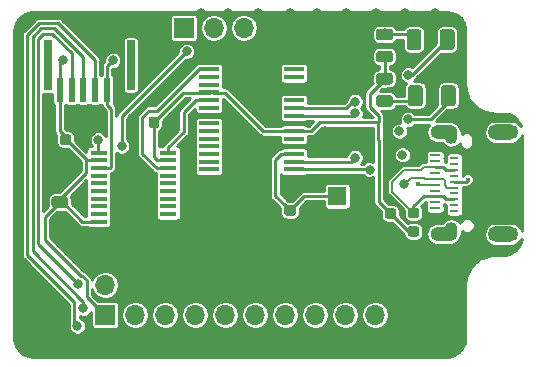
<source format=gtl>
G04 #@! TF.GenerationSoftware,KiCad,Pcbnew,(5.0.0)*
G04 #@! TF.CreationDate,2019-03-22T21:06:18+01:00*
G04 #@! TF.ProjectId,converterboard,636F6E766572746572626F6172642E6B,rev?*
G04 #@! TF.SameCoordinates,Original*
G04 #@! TF.FileFunction,Copper,L1,Top,Signal*
G04 #@! TF.FilePolarity,Positive*
%FSLAX46Y46*%
G04 Gerber Fmt 4.6, Leading zero omitted, Abs format (unit mm)*
G04 Created by KiCad (PCBNEW (5.0.0)) date 03/22/19 21:06:18*
%MOMM*%
%LPD*%
G01*
G04 APERTURE LIST*
G04 #@! TA.AperFunction,WasherPad*
%ADD10O,2.300000X1.200000*%
G04 #@! TD*
G04 #@! TA.AperFunction,WasherPad*
%ADD11O,1.100000X1.350000*%
G04 #@! TD*
G04 #@! TA.AperFunction,SMDPad,CuDef*
%ADD12R,0.800000X0.270000*%
G04 #@! TD*
G04 #@! TA.AperFunction,SMDPad,CuDef*
%ADD13R,0.900000X0.270000*%
G04 #@! TD*
G04 #@! TA.AperFunction,WasherPad*
%ADD14O,2.600000X1.300000*%
G04 #@! TD*
G04 #@! TA.AperFunction,Conductor*
%ADD15C,0.100000*%
G04 #@! TD*
G04 #@! TA.AperFunction,SMDPad,CuDef*
%ADD16C,0.875000*%
G04 #@! TD*
G04 #@! TA.AperFunction,ComponentPad*
%ADD17R,1.700000X1.700000*%
G04 #@! TD*
G04 #@! TA.AperFunction,ComponentPad*
%ADD18O,1.700000X1.700000*%
G04 #@! TD*
G04 #@! TA.AperFunction,SMDPad,CuDef*
%ADD19R,1.450000X0.450000*%
G04 #@! TD*
G04 #@! TA.AperFunction,ComponentPad*
%ADD20R,1.600000X1.600000*%
G04 #@! TD*
G04 #@! TA.AperFunction,ComponentPad*
%ADD21C,1.600000*%
G04 #@! TD*
G04 #@! TA.AperFunction,SMDPad,CuDef*
%ADD22C,1.250000*%
G04 #@! TD*
G04 #@! TA.AperFunction,SMDPad,CuDef*
%ADD23R,0.700000X4.200000*%
G04 #@! TD*
G04 #@! TA.AperFunction,SMDPad,CuDef*
%ADD24R,0.600000X2.000000*%
G04 #@! TD*
G04 #@! TA.AperFunction,SMDPad,CuDef*
%ADD25R,1.750000X0.450000*%
G04 #@! TD*
G04 #@! TA.AperFunction,SMDPad,CuDef*
%ADD26C,0.975000*%
G04 #@! TD*
G04 #@! TA.AperFunction,ViaPad*
%ADD27C,0.800000*%
G04 #@! TD*
G04 #@! TA.AperFunction,ViaPad*
%ADD28C,0.400000*%
G04 #@! TD*
G04 #@! TA.AperFunction,Conductor*
%ADD29C,0.250000*%
G04 #@! TD*
G04 #@! TA.AperFunction,Conductor*
%ADD30C,0.200000*%
G04 #@! TD*
G04 #@! TA.AperFunction,Conductor*
%ADD31C,0.254000*%
G04 #@! TD*
G04 APERTURE END LIST*
D10*
G04 #@! TO.P,J4,*
G04 #@! TO.N,*
X190750000Y-109580000D03*
D11*
X191400000Y-109900000D03*
D12*
G04 #@! TO.P,J4,B2*
G04 #@! TO.N,Net-(J4-PadB2)*
X191650000Y-111765000D03*
G04 #@! TO.P,J4,B4*
G04 #@! TO.N,Net-(J4-PadA4)*
X191650000Y-112765000D03*
G04 #@! TO.P,J4,B3*
G04 #@! TO.N,Net-(J4-PadB3)*
X191650000Y-112265000D03*
G04 #@! TO.P,J4,B1*
G04 #@! TO.N,GND*
X191650000Y-111265000D03*
G04 #@! TO.P,J4,B6*
G04 #@! TO.N,/D+*
X191650000Y-113765000D03*
G04 #@! TO.P,J4,B8*
G04 #@! TO.N,Net-(J4-PadB8)*
X191650000Y-114775000D03*
G04 #@! TO.P,J4,B7*
G04 #@! TO.N,/D-*
X191650000Y-114275000D03*
G04 #@! TO.P,J4,B5*
G04 #@! TO.N,Net-(J4-PadB5)*
X191650000Y-113265000D03*
G04 #@! TO.P,J4,B10*
G04 #@! TO.N,Net-(J4-PadB10)*
X191650000Y-115775000D03*
G04 #@! TO.P,J4,B9*
G04 #@! TO.N,Net-(J4-PadA4)*
X191650000Y-115275000D03*
G04 #@! TO.P,J4,B11*
G04 #@! TO.N,Net-(J4-PadB11)*
X191650000Y-116275000D03*
G04 #@! TO.P,J4,B12*
G04 #@! TO.N,GND*
X191650000Y-116775000D03*
D13*
G04 #@! TO.P,J4,A10*
G04 #@! TO.N,Net-(J4-PadA10)*
X190050000Y-112025000D03*
G04 #@! TO.P,J4,A12*
G04 #@! TO.N,GND*
X190050000Y-111025000D03*
G04 #@! TO.P,J4,A9*
G04 #@! TO.N,Net-(J4-PadA4)*
X190050000Y-112525000D03*
G04 #@! TO.P,J4,A11*
G04 #@! TO.N,Net-(J4-PadA11)*
X190050000Y-111525000D03*
G04 #@! TO.P,J4,A7*
G04 #@! TO.N,/D-*
X190050000Y-113525000D03*
G04 #@! TO.P,J4,A8*
G04 #@! TO.N,Net-(J4-PadA8)*
X190050000Y-113025000D03*
G04 #@! TO.P,J4,A6*
G04 #@! TO.N,/D+*
X190050000Y-114025000D03*
G04 #@! TO.P,J4,A4*
G04 #@! TO.N,Net-(J4-PadA4)*
X190050000Y-115025000D03*
G04 #@! TO.P,J4,A5*
G04 #@! TO.N,Net-(J4-PadA5)*
X190050000Y-114525000D03*
G04 #@! TO.P,J4,A3*
G04 #@! TO.N,Net-(J4-PadA3)*
X190050000Y-115525000D03*
G04 #@! TO.P,J4,A2*
G04 #@! TO.N,Net-(J4-PadA2)*
X190050000Y-116025000D03*
G04 #@! TO.P,J4,A1*
G04 #@! TO.N,GND*
X190050000Y-116525000D03*
D11*
G04 #@! TO.P,J4,*
G04 #@! TO.N,*
X191400000Y-117900000D03*
D10*
X190750000Y-118220000D03*
D14*
X195800000Y-118220000D03*
X195800000Y-109580000D03*
G04 #@! TD*
D15*
G04 #@! TO.N,Net-(J4-PadA4)*
G04 #@! TO.C,L2*
G36*
X188477691Y-115976053D02*
X188498926Y-115979203D01*
X188519750Y-115984419D01*
X188539962Y-115991651D01*
X188559368Y-116000830D01*
X188577781Y-116011866D01*
X188595024Y-116024654D01*
X188610930Y-116039070D01*
X188625346Y-116054976D01*
X188638134Y-116072219D01*
X188649170Y-116090632D01*
X188658349Y-116110038D01*
X188665581Y-116130250D01*
X188670797Y-116151074D01*
X188673947Y-116172309D01*
X188675000Y-116193750D01*
X188675000Y-116631250D01*
X188673947Y-116652691D01*
X188670797Y-116673926D01*
X188665581Y-116694750D01*
X188658349Y-116714962D01*
X188649170Y-116734368D01*
X188638134Y-116752781D01*
X188625346Y-116770024D01*
X188610930Y-116785930D01*
X188595024Y-116800346D01*
X188577781Y-116813134D01*
X188559368Y-116824170D01*
X188539962Y-116833349D01*
X188519750Y-116840581D01*
X188498926Y-116845797D01*
X188477691Y-116848947D01*
X188456250Y-116850000D01*
X187943750Y-116850000D01*
X187922309Y-116848947D01*
X187901074Y-116845797D01*
X187880250Y-116840581D01*
X187860038Y-116833349D01*
X187840632Y-116824170D01*
X187822219Y-116813134D01*
X187804976Y-116800346D01*
X187789070Y-116785930D01*
X187774654Y-116770024D01*
X187761866Y-116752781D01*
X187750830Y-116734368D01*
X187741651Y-116714962D01*
X187734419Y-116694750D01*
X187729203Y-116673926D01*
X187726053Y-116652691D01*
X187725000Y-116631250D01*
X187725000Y-116193750D01*
X187726053Y-116172309D01*
X187729203Y-116151074D01*
X187734419Y-116130250D01*
X187741651Y-116110038D01*
X187750830Y-116090632D01*
X187761866Y-116072219D01*
X187774654Y-116054976D01*
X187789070Y-116039070D01*
X187804976Y-116024654D01*
X187822219Y-116011866D01*
X187840632Y-116000830D01*
X187860038Y-115991651D01*
X187880250Y-115984419D01*
X187901074Y-115979203D01*
X187922309Y-115976053D01*
X187943750Y-115975000D01*
X188456250Y-115975000D01*
X188477691Y-115976053D01*
X188477691Y-115976053D01*
G37*
D16*
G04 #@! TD*
G04 #@! TO.P,L2,1*
G04 #@! TO.N,Net-(J4-PadA4)*
X188200000Y-116412500D03*
D15*
G04 #@! TO.N,VBUS*
G04 #@! TO.C,L2*
G36*
X188477691Y-117551053D02*
X188498926Y-117554203D01*
X188519750Y-117559419D01*
X188539962Y-117566651D01*
X188559368Y-117575830D01*
X188577781Y-117586866D01*
X188595024Y-117599654D01*
X188610930Y-117614070D01*
X188625346Y-117629976D01*
X188638134Y-117647219D01*
X188649170Y-117665632D01*
X188658349Y-117685038D01*
X188665581Y-117705250D01*
X188670797Y-117726074D01*
X188673947Y-117747309D01*
X188675000Y-117768750D01*
X188675000Y-118206250D01*
X188673947Y-118227691D01*
X188670797Y-118248926D01*
X188665581Y-118269750D01*
X188658349Y-118289962D01*
X188649170Y-118309368D01*
X188638134Y-118327781D01*
X188625346Y-118345024D01*
X188610930Y-118360930D01*
X188595024Y-118375346D01*
X188577781Y-118388134D01*
X188559368Y-118399170D01*
X188539962Y-118408349D01*
X188519750Y-118415581D01*
X188498926Y-118420797D01*
X188477691Y-118423947D01*
X188456250Y-118425000D01*
X187943750Y-118425000D01*
X187922309Y-118423947D01*
X187901074Y-118420797D01*
X187880250Y-118415581D01*
X187860038Y-118408349D01*
X187840632Y-118399170D01*
X187822219Y-118388134D01*
X187804976Y-118375346D01*
X187789070Y-118360930D01*
X187774654Y-118345024D01*
X187761866Y-118327781D01*
X187750830Y-118309368D01*
X187741651Y-118289962D01*
X187734419Y-118269750D01*
X187729203Y-118248926D01*
X187726053Y-118227691D01*
X187725000Y-118206250D01*
X187725000Y-117768750D01*
X187726053Y-117747309D01*
X187729203Y-117726074D01*
X187734419Y-117705250D01*
X187741651Y-117685038D01*
X187750830Y-117665632D01*
X187761866Y-117647219D01*
X187774654Y-117629976D01*
X187789070Y-117614070D01*
X187804976Y-117599654D01*
X187822219Y-117586866D01*
X187840632Y-117575830D01*
X187860038Y-117566651D01*
X187880250Y-117559419D01*
X187901074Y-117554203D01*
X187922309Y-117551053D01*
X187943750Y-117550000D01*
X188456250Y-117550000D01*
X188477691Y-117551053D01*
X188477691Y-117551053D01*
G37*
D16*
G04 #@! TD*
G04 #@! TO.P,L2,2*
G04 #@! TO.N,VBUS*
X188200000Y-117987500D03*
D17*
G04 #@! TO.P,J3,1*
G04 #@! TO.N,VCC*
X168750000Y-100750000D03*
D18*
G04 #@! TO.P,J3,2*
G04 #@! TO.N,/UART_TX*
X171290000Y-100750000D03*
G04 #@! TO.P,J3,3*
G04 #@! TO.N,/UART_RX*
X173830000Y-100750000D03*
G04 #@! TO.P,J3,4*
G04 #@! TO.N,GND*
X176370000Y-100750000D03*
G04 #@! TD*
D19*
G04 #@! TO.P,U2,1*
G04 #@! TO.N,/UART_RX*
X161550000Y-111325000D03*
G04 #@! TO.P,U2,2*
G04 #@! TO.N,VCC*
X161550000Y-111975000D03*
G04 #@! TO.P,U2,3*
G04 #@! TO.N,/UART_TX*
X161550000Y-112625000D03*
G04 #@! TO.P,U2,4*
G04 #@! TO.N,Net-(U2-Pad4)*
X161550000Y-113275000D03*
G04 #@! TO.P,U2,5*
G04 #@! TO.N,Net-(U2-Pad5)*
X161550000Y-113925000D03*
G04 #@! TO.P,U2,6*
G04 #@! TO.N,Net-(U2-Pad6)*
X161550000Y-114575000D03*
G04 #@! TO.P,U2,7*
G04 #@! TO.N,Net-(U2-Pad7)*
X161550000Y-115225000D03*
G04 #@! TO.P,U2,8*
G04 #@! TO.N,Net-(U2-Pad8)*
X161550000Y-115875000D03*
G04 #@! TO.P,U2,9*
G04 #@! TO.N,Net-(U2-Pad9)*
X161550000Y-116525000D03*
G04 #@! TO.P,U2,10*
G04 #@! TO.N,VCC*
X161550000Y-117175000D03*
G04 #@! TO.P,U2,11*
G04 #@! TO.N,GND*
X167450000Y-117175000D03*
G04 #@! TO.P,U2,12*
G04 #@! TO.N,Net-(U2-Pad12)*
X167450000Y-116525000D03*
G04 #@! TO.P,U2,13*
G04 #@! TO.N,Net-(U2-Pad13)*
X167450000Y-115875000D03*
G04 #@! TO.P,U2,14*
G04 #@! TO.N,Net-(U2-Pad14)*
X167450000Y-115225000D03*
G04 #@! TO.P,U2,15*
G04 #@! TO.N,Net-(U2-Pad15)*
X167450000Y-114575000D03*
G04 #@! TO.P,U2,16*
G04 #@! TO.N,Net-(U2-Pad16)*
X167450000Y-113925000D03*
G04 #@! TO.P,U2,17*
G04 #@! TO.N,Net-(U2-Pad17)*
X167450000Y-113275000D03*
G04 #@! TO.P,U2,18*
G04 #@! TO.N,/RXD*
X167450000Y-112625000D03*
G04 #@! TO.P,U2,19*
G04 #@! TO.N,VBUS*
X167450000Y-111975000D03*
G04 #@! TO.P,U2,20*
G04 #@! TO.N,/TXD*
X167450000Y-111325000D03*
G04 #@! TD*
D18*
G04 #@! TO.P,J2,20*
G04 #@! TO.N,GND*
X184960000Y-122510000D03*
G04 #@! TO.P,J2,19*
G04 #@! TO.N,Net-(J2-Pad19)*
X184960000Y-125050000D03*
G04 #@! TO.P,J2,18*
G04 #@! TO.N,GND*
X182420000Y-122510000D03*
G04 #@! TO.P,J2,17*
G04 #@! TO.N,Net-(J2-Pad17)*
X182420000Y-125050000D03*
G04 #@! TO.P,J2,16*
G04 #@! TO.N,GND*
X179880000Y-122510000D03*
G04 #@! TO.P,J2,15*
G04 #@! TO.N,/MCU_RESET*
X179880000Y-125050000D03*
G04 #@! TO.P,J2,14*
G04 #@! TO.N,GND*
X177340000Y-122510000D03*
G04 #@! TO.P,J2,13*
G04 #@! TO.N,Net-(J2-Pad13)*
X177340000Y-125050000D03*
G04 #@! TO.P,J2,12*
G04 #@! TO.N,GND*
X174800000Y-122510000D03*
G04 #@! TO.P,J2,11*
G04 #@! TO.N,Net-(J2-Pad11)*
X174800000Y-125050000D03*
G04 #@! TO.P,J2,10*
G04 #@! TO.N,GND*
X172260000Y-122510000D03*
G04 #@! TO.P,J2,9*
G04 #@! TO.N,/SWCLK*
X172260000Y-125050000D03*
G04 #@! TO.P,J2,8*
G04 #@! TO.N,GND*
X169720000Y-122510000D03*
G04 #@! TO.P,J2,7*
G04 #@! TO.N,/SWDIO*
X169720000Y-125050000D03*
G04 #@! TO.P,J2,6*
G04 #@! TO.N,GND*
X167180000Y-122510000D03*
G04 #@! TO.P,J2,5*
G04 #@! TO.N,Net-(J2-Pad5)*
X167180000Y-125050000D03*
G04 #@! TO.P,J2,4*
G04 #@! TO.N,GND*
X164640000Y-122510000D03*
G04 #@! TO.P,J2,3*
G04 #@! TO.N,Net-(J2-Pad3)*
X164640000Y-125050000D03*
G04 #@! TO.P,J2,2*
G04 #@! TO.N,Net-(J2-Pad2)*
X162100000Y-122510000D03*
D17*
G04 #@! TO.P,J2,1*
G04 #@! TO.N,VCC*
X162100000Y-125050000D03*
G04 #@! TD*
D15*
G04 #@! TO.N,GND*
G04 #@! TO.C,C5*
G36*
X168027691Y-108276053D02*
X168048926Y-108279203D01*
X168069750Y-108284419D01*
X168089962Y-108291651D01*
X168109368Y-108300830D01*
X168127781Y-108311866D01*
X168145024Y-108324654D01*
X168160930Y-108339070D01*
X168175346Y-108354976D01*
X168188134Y-108372219D01*
X168199170Y-108390632D01*
X168208349Y-108410038D01*
X168215581Y-108430250D01*
X168220797Y-108451074D01*
X168223947Y-108472309D01*
X168225000Y-108493750D01*
X168225000Y-109006250D01*
X168223947Y-109027691D01*
X168220797Y-109048926D01*
X168215581Y-109069750D01*
X168208349Y-109089962D01*
X168199170Y-109109368D01*
X168188134Y-109127781D01*
X168175346Y-109145024D01*
X168160930Y-109160930D01*
X168145024Y-109175346D01*
X168127781Y-109188134D01*
X168109368Y-109199170D01*
X168089962Y-109208349D01*
X168069750Y-109215581D01*
X168048926Y-109220797D01*
X168027691Y-109223947D01*
X168006250Y-109225000D01*
X167568750Y-109225000D01*
X167547309Y-109223947D01*
X167526074Y-109220797D01*
X167505250Y-109215581D01*
X167485038Y-109208349D01*
X167465632Y-109199170D01*
X167447219Y-109188134D01*
X167429976Y-109175346D01*
X167414070Y-109160930D01*
X167399654Y-109145024D01*
X167386866Y-109127781D01*
X167375830Y-109109368D01*
X167366651Y-109089962D01*
X167359419Y-109069750D01*
X167354203Y-109048926D01*
X167351053Y-109027691D01*
X167350000Y-109006250D01*
X167350000Y-108493750D01*
X167351053Y-108472309D01*
X167354203Y-108451074D01*
X167359419Y-108430250D01*
X167366651Y-108410038D01*
X167375830Y-108390632D01*
X167386866Y-108372219D01*
X167399654Y-108354976D01*
X167414070Y-108339070D01*
X167429976Y-108324654D01*
X167447219Y-108311866D01*
X167465632Y-108300830D01*
X167485038Y-108291651D01*
X167505250Y-108284419D01*
X167526074Y-108279203D01*
X167547309Y-108276053D01*
X167568750Y-108275000D01*
X168006250Y-108275000D01*
X168027691Y-108276053D01*
X168027691Y-108276053D01*
G37*
D16*
G04 #@! TD*
G04 #@! TO.P,C5,2*
G04 #@! TO.N,GND*
X167787500Y-108750000D03*
D15*
G04 #@! TO.N,VBUS*
G04 #@! TO.C,C5*
G36*
X166452691Y-108276053D02*
X166473926Y-108279203D01*
X166494750Y-108284419D01*
X166514962Y-108291651D01*
X166534368Y-108300830D01*
X166552781Y-108311866D01*
X166570024Y-108324654D01*
X166585930Y-108339070D01*
X166600346Y-108354976D01*
X166613134Y-108372219D01*
X166624170Y-108390632D01*
X166633349Y-108410038D01*
X166640581Y-108430250D01*
X166645797Y-108451074D01*
X166648947Y-108472309D01*
X166650000Y-108493750D01*
X166650000Y-109006250D01*
X166648947Y-109027691D01*
X166645797Y-109048926D01*
X166640581Y-109069750D01*
X166633349Y-109089962D01*
X166624170Y-109109368D01*
X166613134Y-109127781D01*
X166600346Y-109145024D01*
X166585930Y-109160930D01*
X166570024Y-109175346D01*
X166552781Y-109188134D01*
X166534368Y-109199170D01*
X166514962Y-109208349D01*
X166494750Y-109215581D01*
X166473926Y-109220797D01*
X166452691Y-109223947D01*
X166431250Y-109225000D01*
X165993750Y-109225000D01*
X165972309Y-109223947D01*
X165951074Y-109220797D01*
X165930250Y-109215581D01*
X165910038Y-109208349D01*
X165890632Y-109199170D01*
X165872219Y-109188134D01*
X165854976Y-109175346D01*
X165839070Y-109160930D01*
X165824654Y-109145024D01*
X165811866Y-109127781D01*
X165800830Y-109109368D01*
X165791651Y-109089962D01*
X165784419Y-109069750D01*
X165779203Y-109048926D01*
X165776053Y-109027691D01*
X165775000Y-109006250D01*
X165775000Y-108493750D01*
X165776053Y-108472309D01*
X165779203Y-108451074D01*
X165784419Y-108430250D01*
X165791651Y-108410038D01*
X165800830Y-108390632D01*
X165811866Y-108372219D01*
X165824654Y-108354976D01*
X165839070Y-108339070D01*
X165854976Y-108324654D01*
X165872219Y-108311866D01*
X165890632Y-108300830D01*
X165910038Y-108291651D01*
X165930250Y-108284419D01*
X165951074Y-108279203D01*
X165972309Y-108276053D01*
X165993750Y-108275000D01*
X166431250Y-108275000D01*
X166452691Y-108276053D01*
X166452691Y-108276053D01*
G37*
D16*
G04 #@! TD*
G04 #@! TO.P,C5,1*
G04 #@! TO.N,VBUS*
X166212500Y-108750000D03*
D15*
G04 #@! TO.N,VCC*
G04 #@! TO.C,C4*
G36*
X159027691Y-109776053D02*
X159048926Y-109779203D01*
X159069750Y-109784419D01*
X159089962Y-109791651D01*
X159109368Y-109800830D01*
X159127781Y-109811866D01*
X159145024Y-109824654D01*
X159160930Y-109839070D01*
X159175346Y-109854976D01*
X159188134Y-109872219D01*
X159199170Y-109890632D01*
X159208349Y-109910038D01*
X159215581Y-109930250D01*
X159220797Y-109951074D01*
X159223947Y-109972309D01*
X159225000Y-109993750D01*
X159225000Y-110431250D01*
X159223947Y-110452691D01*
X159220797Y-110473926D01*
X159215581Y-110494750D01*
X159208349Y-110514962D01*
X159199170Y-110534368D01*
X159188134Y-110552781D01*
X159175346Y-110570024D01*
X159160930Y-110585930D01*
X159145024Y-110600346D01*
X159127781Y-110613134D01*
X159109368Y-110624170D01*
X159089962Y-110633349D01*
X159069750Y-110640581D01*
X159048926Y-110645797D01*
X159027691Y-110648947D01*
X159006250Y-110650000D01*
X158493750Y-110650000D01*
X158472309Y-110648947D01*
X158451074Y-110645797D01*
X158430250Y-110640581D01*
X158410038Y-110633349D01*
X158390632Y-110624170D01*
X158372219Y-110613134D01*
X158354976Y-110600346D01*
X158339070Y-110585930D01*
X158324654Y-110570024D01*
X158311866Y-110552781D01*
X158300830Y-110534368D01*
X158291651Y-110514962D01*
X158284419Y-110494750D01*
X158279203Y-110473926D01*
X158276053Y-110452691D01*
X158275000Y-110431250D01*
X158275000Y-109993750D01*
X158276053Y-109972309D01*
X158279203Y-109951074D01*
X158284419Y-109930250D01*
X158291651Y-109910038D01*
X158300830Y-109890632D01*
X158311866Y-109872219D01*
X158324654Y-109854976D01*
X158339070Y-109839070D01*
X158354976Y-109824654D01*
X158372219Y-109811866D01*
X158390632Y-109800830D01*
X158410038Y-109791651D01*
X158430250Y-109784419D01*
X158451074Y-109779203D01*
X158472309Y-109776053D01*
X158493750Y-109775000D01*
X159006250Y-109775000D01*
X159027691Y-109776053D01*
X159027691Y-109776053D01*
G37*
D16*
G04 #@! TD*
G04 #@! TO.P,C4,1*
G04 #@! TO.N,VCC*
X158750000Y-110212500D03*
D15*
G04 #@! TO.N,GND*
G04 #@! TO.C,C4*
G36*
X159027691Y-111351053D02*
X159048926Y-111354203D01*
X159069750Y-111359419D01*
X159089962Y-111366651D01*
X159109368Y-111375830D01*
X159127781Y-111386866D01*
X159145024Y-111399654D01*
X159160930Y-111414070D01*
X159175346Y-111429976D01*
X159188134Y-111447219D01*
X159199170Y-111465632D01*
X159208349Y-111485038D01*
X159215581Y-111505250D01*
X159220797Y-111526074D01*
X159223947Y-111547309D01*
X159225000Y-111568750D01*
X159225000Y-112006250D01*
X159223947Y-112027691D01*
X159220797Y-112048926D01*
X159215581Y-112069750D01*
X159208349Y-112089962D01*
X159199170Y-112109368D01*
X159188134Y-112127781D01*
X159175346Y-112145024D01*
X159160930Y-112160930D01*
X159145024Y-112175346D01*
X159127781Y-112188134D01*
X159109368Y-112199170D01*
X159089962Y-112208349D01*
X159069750Y-112215581D01*
X159048926Y-112220797D01*
X159027691Y-112223947D01*
X159006250Y-112225000D01*
X158493750Y-112225000D01*
X158472309Y-112223947D01*
X158451074Y-112220797D01*
X158430250Y-112215581D01*
X158410038Y-112208349D01*
X158390632Y-112199170D01*
X158372219Y-112188134D01*
X158354976Y-112175346D01*
X158339070Y-112160930D01*
X158324654Y-112145024D01*
X158311866Y-112127781D01*
X158300830Y-112109368D01*
X158291651Y-112089962D01*
X158284419Y-112069750D01*
X158279203Y-112048926D01*
X158276053Y-112027691D01*
X158275000Y-112006250D01*
X158275000Y-111568750D01*
X158276053Y-111547309D01*
X158279203Y-111526074D01*
X158284419Y-111505250D01*
X158291651Y-111485038D01*
X158300830Y-111465632D01*
X158311866Y-111447219D01*
X158324654Y-111429976D01*
X158339070Y-111414070D01*
X158354976Y-111399654D01*
X158372219Y-111386866D01*
X158390632Y-111375830D01*
X158410038Y-111366651D01*
X158430250Y-111359419D01*
X158451074Y-111354203D01*
X158472309Y-111351053D01*
X158493750Y-111350000D01*
X159006250Y-111350000D01*
X159027691Y-111351053D01*
X159027691Y-111351053D01*
G37*
D16*
G04 #@! TD*
G04 #@! TO.P,C4,2*
G04 #@! TO.N,GND*
X158750000Y-111787500D03*
D15*
G04 #@! TO.N,GND*
G04 #@! TO.C,C3*
G36*
X178027691Y-117351053D02*
X178048926Y-117354203D01*
X178069750Y-117359419D01*
X178089962Y-117366651D01*
X178109368Y-117375830D01*
X178127781Y-117386866D01*
X178145024Y-117399654D01*
X178160930Y-117414070D01*
X178175346Y-117429976D01*
X178188134Y-117447219D01*
X178199170Y-117465632D01*
X178208349Y-117485038D01*
X178215581Y-117505250D01*
X178220797Y-117526074D01*
X178223947Y-117547309D01*
X178225000Y-117568750D01*
X178225000Y-118006250D01*
X178223947Y-118027691D01*
X178220797Y-118048926D01*
X178215581Y-118069750D01*
X178208349Y-118089962D01*
X178199170Y-118109368D01*
X178188134Y-118127781D01*
X178175346Y-118145024D01*
X178160930Y-118160930D01*
X178145024Y-118175346D01*
X178127781Y-118188134D01*
X178109368Y-118199170D01*
X178089962Y-118208349D01*
X178069750Y-118215581D01*
X178048926Y-118220797D01*
X178027691Y-118223947D01*
X178006250Y-118225000D01*
X177493750Y-118225000D01*
X177472309Y-118223947D01*
X177451074Y-118220797D01*
X177430250Y-118215581D01*
X177410038Y-118208349D01*
X177390632Y-118199170D01*
X177372219Y-118188134D01*
X177354976Y-118175346D01*
X177339070Y-118160930D01*
X177324654Y-118145024D01*
X177311866Y-118127781D01*
X177300830Y-118109368D01*
X177291651Y-118089962D01*
X177284419Y-118069750D01*
X177279203Y-118048926D01*
X177276053Y-118027691D01*
X177275000Y-118006250D01*
X177275000Y-117568750D01*
X177276053Y-117547309D01*
X177279203Y-117526074D01*
X177284419Y-117505250D01*
X177291651Y-117485038D01*
X177300830Y-117465632D01*
X177311866Y-117447219D01*
X177324654Y-117429976D01*
X177339070Y-117414070D01*
X177354976Y-117399654D01*
X177372219Y-117386866D01*
X177390632Y-117375830D01*
X177410038Y-117366651D01*
X177430250Y-117359419D01*
X177451074Y-117354203D01*
X177472309Y-117351053D01*
X177493750Y-117350000D01*
X178006250Y-117350000D01*
X178027691Y-117351053D01*
X178027691Y-117351053D01*
G37*
D16*
G04 #@! TD*
G04 #@! TO.P,C3,2*
G04 #@! TO.N,GND*
X177750000Y-117787500D03*
D15*
G04 #@! TO.N,+3V3*
G04 #@! TO.C,C3*
G36*
X178027691Y-115776053D02*
X178048926Y-115779203D01*
X178069750Y-115784419D01*
X178089962Y-115791651D01*
X178109368Y-115800830D01*
X178127781Y-115811866D01*
X178145024Y-115824654D01*
X178160930Y-115839070D01*
X178175346Y-115854976D01*
X178188134Y-115872219D01*
X178199170Y-115890632D01*
X178208349Y-115910038D01*
X178215581Y-115930250D01*
X178220797Y-115951074D01*
X178223947Y-115972309D01*
X178225000Y-115993750D01*
X178225000Y-116431250D01*
X178223947Y-116452691D01*
X178220797Y-116473926D01*
X178215581Y-116494750D01*
X178208349Y-116514962D01*
X178199170Y-116534368D01*
X178188134Y-116552781D01*
X178175346Y-116570024D01*
X178160930Y-116585930D01*
X178145024Y-116600346D01*
X178127781Y-116613134D01*
X178109368Y-116624170D01*
X178089962Y-116633349D01*
X178069750Y-116640581D01*
X178048926Y-116645797D01*
X178027691Y-116648947D01*
X178006250Y-116650000D01*
X177493750Y-116650000D01*
X177472309Y-116648947D01*
X177451074Y-116645797D01*
X177430250Y-116640581D01*
X177410038Y-116633349D01*
X177390632Y-116624170D01*
X177372219Y-116613134D01*
X177354976Y-116600346D01*
X177339070Y-116585930D01*
X177324654Y-116570024D01*
X177311866Y-116552781D01*
X177300830Y-116534368D01*
X177291651Y-116514962D01*
X177284419Y-116494750D01*
X177279203Y-116473926D01*
X177276053Y-116452691D01*
X177275000Y-116431250D01*
X177275000Y-115993750D01*
X177276053Y-115972309D01*
X177279203Y-115951074D01*
X177284419Y-115930250D01*
X177291651Y-115910038D01*
X177300830Y-115890632D01*
X177311866Y-115872219D01*
X177324654Y-115854976D01*
X177339070Y-115839070D01*
X177354976Y-115824654D01*
X177372219Y-115811866D01*
X177390632Y-115800830D01*
X177410038Y-115791651D01*
X177430250Y-115784419D01*
X177451074Y-115779203D01*
X177472309Y-115776053D01*
X177493750Y-115775000D01*
X178006250Y-115775000D01*
X178027691Y-115776053D01*
X178027691Y-115776053D01*
G37*
D16*
G04 #@! TD*
G04 #@! TO.P,C3,1*
G04 #@! TO.N,+3V3*
X177750000Y-116212500D03*
D15*
G04 #@! TO.N,VBUS*
G04 #@! TO.C,C1*
G36*
X186527691Y-116026053D02*
X186548926Y-116029203D01*
X186569750Y-116034419D01*
X186589962Y-116041651D01*
X186609368Y-116050830D01*
X186627781Y-116061866D01*
X186645024Y-116074654D01*
X186660930Y-116089070D01*
X186675346Y-116104976D01*
X186688134Y-116122219D01*
X186699170Y-116140632D01*
X186708349Y-116160038D01*
X186715581Y-116180250D01*
X186720797Y-116201074D01*
X186723947Y-116222309D01*
X186725000Y-116243750D01*
X186725000Y-116681250D01*
X186723947Y-116702691D01*
X186720797Y-116723926D01*
X186715581Y-116744750D01*
X186708349Y-116764962D01*
X186699170Y-116784368D01*
X186688134Y-116802781D01*
X186675346Y-116820024D01*
X186660930Y-116835930D01*
X186645024Y-116850346D01*
X186627781Y-116863134D01*
X186609368Y-116874170D01*
X186589962Y-116883349D01*
X186569750Y-116890581D01*
X186548926Y-116895797D01*
X186527691Y-116898947D01*
X186506250Y-116900000D01*
X185993750Y-116900000D01*
X185972309Y-116898947D01*
X185951074Y-116895797D01*
X185930250Y-116890581D01*
X185910038Y-116883349D01*
X185890632Y-116874170D01*
X185872219Y-116863134D01*
X185854976Y-116850346D01*
X185839070Y-116835930D01*
X185824654Y-116820024D01*
X185811866Y-116802781D01*
X185800830Y-116784368D01*
X185791651Y-116764962D01*
X185784419Y-116744750D01*
X185779203Y-116723926D01*
X185776053Y-116702691D01*
X185775000Y-116681250D01*
X185775000Y-116243750D01*
X185776053Y-116222309D01*
X185779203Y-116201074D01*
X185784419Y-116180250D01*
X185791651Y-116160038D01*
X185800830Y-116140632D01*
X185811866Y-116122219D01*
X185824654Y-116104976D01*
X185839070Y-116089070D01*
X185854976Y-116074654D01*
X185872219Y-116061866D01*
X185890632Y-116050830D01*
X185910038Y-116041651D01*
X185930250Y-116034419D01*
X185951074Y-116029203D01*
X185972309Y-116026053D01*
X185993750Y-116025000D01*
X186506250Y-116025000D01*
X186527691Y-116026053D01*
X186527691Y-116026053D01*
G37*
D16*
G04 #@! TD*
G04 #@! TO.P,C1,1*
G04 #@! TO.N,VBUS*
X186250000Y-116462500D03*
D15*
G04 #@! TO.N,GND*
G04 #@! TO.C,C1*
G36*
X186527691Y-117601053D02*
X186548926Y-117604203D01*
X186569750Y-117609419D01*
X186589962Y-117616651D01*
X186609368Y-117625830D01*
X186627781Y-117636866D01*
X186645024Y-117649654D01*
X186660930Y-117664070D01*
X186675346Y-117679976D01*
X186688134Y-117697219D01*
X186699170Y-117715632D01*
X186708349Y-117735038D01*
X186715581Y-117755250D01*
X186720797Y-117776074D01*
X186723947Y-117797309D01*
X186725000Y-117818750D01*
X186725000Y-118256250D01*
X186723947Y-118277691D01*
X186720797Y-118298926D01*
X186715581Y-118319750D01*
X186708349Y-118339962D01*
X186699170Y-118359368D01*
X186688134Y-118377781D01*
X186675346Y-118395024D01*
X186660930Y-118410930D01*
X186645024Y-118425346D01*
X186627781Y-118438134D01*
X186609368Y-118449170D01*
X186589962Y-118458349D01*
X186569750Y-118465581D01*
X186548926Y-118470797D01*
X186527691Y-118473947D01*
X186506250Y-118475000D01*
X185993750Y-118475000D01*
X185972309Y-118473947D01*
X185951074Y-118470797D01*
X185930250Y-118465581D01*
X185910038Y-118458349D01*
X185890632Y-118449170D01*
X185872219Y-118438134D01*
X185854976Y-118425346D01*
X185839070Y-118410930D01*
X185824654Y-118395024D01*
X185811866Y-118377781D01*
X185800830Y-118359368D01*
X185791651Y-118339962D01*
X185784419Y-118319750D01*
X185779203Y-118298926D01*
X185776053Y-118277691D01*
X185775000Y-118256250D01*
X185775000Y-117818750D01*
X185776053Y-117797309D01*
X185779203Y-117776074D01*
X185784419Y-117755250D01*
X185791651Y-117735038D01*
X185800830Y-117715632D01*
X185811866Y-117697219D01*
X185824654Y-117679976D01*
X185839070Y-117664070D01*
X185854976Y-117649654D01*
X185872219Y-117636866D01*
X185890632Y-117625830D01*
X185910038Y-117616651D01*
X185930250Y-117609419D01*
X185951074Y-117604203D01*
X185972309Y-117601053D01*
X185993750Y-117600000D01*
X186506250Y-117600000D01*
X186527691Y-117601053D01*
X186527691Y-117601053D01*
G37*
D16*
G04 #@! TD*
G04 #@! TO.P,C1,2*
G04 #@! TO.N,GND*
X186250000Y-118037500D03*
D20*
G04 #@! TO.P,C2,1*
G04 #@! TO.N,+3V3*
X181750000Y-115000000D03*
D21*
G04 #@! TO.P,C2,2*
G04 #@! TO.N,GND*
X181750000Y-117000000D03*
G04 #@! TD*
D15*
G04 #@! TO.N,Net-(D2-Pad2)*
G04 #@! TO.C,D2*
G36*
X188749504Y-105626204D02*
X188773773Y-105629804D01*
X188797571Y-105635765D01*
X188820671Y-105644030D01*
X188842849Y-105654520D01*
X188863893Y-105667133D01*
X188883598Y-105681747D01*
X188901777Y-105698223D01*
X188918253Y-105716402D01*
X188932867Y-105736107D01*
X188945480Y-105757151D01*
X188955970Y-105779329D01*
X188964235Y-105802429D01*
X188970196Y-105826227D01*
X188973796Y-105850496D01*
X188975000Y-105875000D01*
X188975000Y-107125000D01*
X188973796Y-107149504D01*
X188970196Y-107173773D01*
X188964235Y-107197571D01*
X188955970Y-107220671D01*
X188945480Y-107242849D01*
X188932867Y-107263893D01*
X188918253Y-107283598D01*
X188901777Y-107301777D01*
X188883598Y-107318253D01*
X188863893Y-107332867D01*
X188842849Y-107345480D01*
X188820671Y-107355970D01*
X188797571Y-107364235D01*
X188773773Y-107370196D01*
X188749504Y-107373796D01*
X188725000Y-107375000D01*
X187975000Y-107375000D01*
X187950496Y-107373796D01*
X187926227Y-107370196D01*
X187902429Y-107364235D01*
X187879329Y-107355970D01*
X187857151Y-107345480D01*
X187836107Y-107332867D01*
X187816402Y-107318253D01*
X187798223Y-107301777D01*
X187781747Y-107283598D01*
X187767133Y-107263893D01*
X187754520Y-107242849D01*
X187744030Y-107220671D01*
X187735765Y-107197571D01*
X187729804Y-107173773D01*
X187726204Y-107149504D01*
X187725000Y-107125000D01*
X187725000Y-105875000D01*
X187726204Y-105850496D01*
X187729804Y-105826227D01*
X187735765Y-105802429D01*
X187744030Y-105779329D01*
X187754520Y-105757151D01*
X187767133Y-105736107D01*
X187781747Y-105716402D01*
X187798223Y-105698223D01*
X187816402Y-105681747D01*
X187836107Y-105667133D01*
X187857151Y-105654520D01*
X187879329Y-105644030D01*
X187902429Y-105635765D01*
X187926227Y-105629804D01*
X187950496Y-105626204D01*
X187975000Y-105625000D01*
X188725000Y-105625000D01*
X188749504Y-105626204D01*
X188749504Y-105626204D01*
G37*
D22*
G04 #@! TD*
G04 #@! TO.P,D2,2*
G04 #@! TO.N,Net-(D2-Pad2)*
X188350000Y-106500000D03*
D15*
G04 #@! TO.N,Net-(D2-Pad1)*
G04 #@! TO.C,D2*
G36*
X191549504Y-105626204D02*
X191573773Y-105629804D01*
X191597571Y-105635765D01*
X191620671Y-105644030D01*
X191642849Y-105654520D01*
X191663893Y-105667133D01*
X191683598Y-105681747D01*
X191701777Y-105698223D01*
X191718253Y-105716402D01*
X191732867Y-105736107D01*
X191745480Y-105757151D01*
X191755970Y-105779329D01*
X191764235Y-105802429D01*
X191770196Y-105826227D01*
X191773796Y-105850496D01*
X191775000Y-105875000D01*
X191775000Y-107125000D01*
X191773796Y-107149504D01*
X191770196Y-107173773D01*
X191764235Y-107197571D01*
X191755970Y-107220671D01*
X191745480Y-107242849D01*
X191732867Y-107263893D01*
X191718253Y-107283598D01*
X191701777Y-107301777D01*
X191683598Y-107318253D01*
X191663893Y-107332867D01*
X191642849Y-107345480D01*
X191620671Y-107355970D01*
X191597571Y-107364235D01*
X191573773Y-107370196D01*
X191549504Y-107373796D01*
X191525000Y-107375000D01*
X190775000Y-107375000D01*
X190750496Y-107373796D01*
X190726227Y-107370196D01*
X190702429Y-107364235D01*
X190679329Y-107355970D01*
X190657151Y-107345480D01*
X190636107Y-107332867D01*
X190616402Y-107318253D01*
X190598223Y-107301777D01*
X190581747Y-107283598D01*
X190567133Y-107263893D01*
X190554520Y-107242849D01*
X190544030Y-107220671D01*
X190535765Y-107197571D01*
X190529804Y-107173773D01*
X190526204Y-107149504D01*
X190525000Y-107125000D01*
X190525000Y-105875000D01*
X190526204Y-105850496D01*
X190529804Y-105826227D01*
X190535765Y-105802429D01*
X190544030Y-105779329D01*
X190554520Y-105757151D01*
X190567133Y-105736107D01*
X190581747Y-105716402D01*
X190598223Y-105698223D01*
X190616402Y-105681747D01*
X190636107Y-105667133D01*
X190657151Y-105654520D01*
X190679329Y-105644030D01*
X190702429Y-105635765D01*
X190726227Y-105629804D01*
X190750496Y-105626204D01*
X190775000Y-105625000D01*
X191525000Y-105625000D01*
X191549504Y-105626204D01*
X191549504Y-105626204D01*
G37*
D22*
G04 #@! TD*
G04 #@! TO.P,D2,1*
G04 #@! TO.N,Net-(D2-Pad1)*
X191150000Y-106500000D03*
D15*
G04 #@! TO.N,Net-(D1-Pad1)*
G04 #@! TO.C,D1*
G36*
X191449504Y-100876204D02*
X191473773Y-100879804D01*
X191497571Y-100885765D01*
X191520671Y-100894030D01*
X191542849Y-100904520D01*
X191563893Y-100917133D01*
X191583598Y-100931747D01*
X191601777Y-100948223D01*
X191618253Y-100966402D01*
X191632867Y-100986107D01*
X191645480Y-101007151D01*
X191655970Y-101029329D01*
X191664235Y-101052429D01*
X191670196Y-101076227D01*
X191673796Y-101100496D01*
X191675000Y-101125000D01*
X191675000Y-102375000D01*
X191673796Y-102399504D01*
X191670196Y-102423773D01*
X191664235Y-102447571D01*
X191655970Y-102470671D01*
X191645480Y-102492849D01*
X191632867Y-102513893D01*
X191618253Y-102533598D01*
X191601777Y-102551777D01*
X191583598Y-102568253D01*
X191563893Y-102582867D01*
X191542849Y-102595480D01*
X191520671Y-102605970D01*
X191497571Y-102614235D01*
X191473773Y-102620196D01*
X191449504Y-102623796D01*
X191425000Y-102625000D01*
X190675000Y-102625000D01*
X190650496Y-102623796D01*
X190626227Y-102620196D01*
X190602429Y-102614235D01*
X190579329Y-102605970D01*
X190557151Y-102595480D01*
X190536107Y-102582867D01*
X190516402Y-102568253D01*
X190498223Y-102551777D01*
X190481747Y-102533598D01*
X190467133Y-102513893D01*
X190454520Y-102492849D01*
X190444030Y-102470671D01*
X190435765Y-102447571D01*
X190429804Y-102423773D01*
X190426204Y-102399504D01*
X190425000Y-102375000D01*
X190425000Y-101125000D01*
X190426204Y-101100496D01*
X190429804Y-101076227D01*
X190435765Y-101052429D01*
X190444030Y-101029329D01*
X190454520Y-101007151D01*
X190467133Y-100986107D01*
X190481747Y-100966402D01*
X190498223Y-100948223D01*
X190516402Y-100931747D01*
X190536107Y-100917133D01*
X190557151Y-100904520D01*
X190579329Y-100894030D01*
X190602429Y-100885765D01*
X190626227Y-100879804D01*
X190650496Y-100876204D01*
X190675000Y-100875000D01*
X191425000Y-100875000D01*
X191449504Y-100876204D01*
X191449504Y-100876204D01*
G37*
D22*
G04 #@! TD*
G04 #@! TO.P,D1,1*
G04 #@! TO.N,Net-(D1-Pad1)*
X191050000Y-101750000D03*
D15*
G04 #@! TO.N,Net-(D1-Pad2)*
G04 #@! TO.C,D1*
G36*
X188649504Y-100876204D02*
X188673773Y-100879804D01*
X188697571Y-100885765D01*
X188720671Y-100894030D01*
X188742849Y-100904520D01*
X188763893Y-100917133D01*
X188783598Y-100931747D01*
X188801777Y-100948223D01*
X188818253Y-100966402D01*
X188832867Y-100986107D01*
X188845480Y-101007151D01*
X188855970Y-101029329D01*
X188864235Y-101052429D01*
X188870196Y-101076227D01*
X188873796Y-101100496D01*
X188875000Y-101125000D01*
X188875000Y-102375000D01*
X188873796Y-102399504D01*
X188870196Y-102423773D01*
X188864235Y-102447571D01*
X188855970Y-102470671D01*
X188845480Y-102492849D01*
X188832867Y-102513893D01*
X188818253Y-102533598D01*
X188801777Y-102551777D01*
X188783598Y-102568253D01*
X188763893Y-102582867D01*
X188742849Y-102595480D01*
X188720671Y-102605970D01*
X188697571Y-102614235D01*
X188673773Y-102620196D01*
X188649504Y-102623796D01*
X188625000Y-102625000D01*
X187875000Y-102625000D01*
X187850496Y-102623796D01*
X187826227Y-102620196D01*
X187802429Y-102614235D01*
X187779329Y-102605970D01*
X187757151Y-102595480D01*
X187736107Y-102582867D01*
X187716402Y-102568253D01*
X187698223Y-102551777D01*
X187681747Y-102533598D01*
X187667133Y-102513893D01*
X187654520Y-102492849D01*
X187644030Y-102470671D01*
X187635765Y-102447571D01*
X187629804Y-102423773D01*
X187626204Y-102399504D01*
X187625000Y-102375000D01*
X187625000Y-101125000D01*
X187626204Y-101100496D01*
X187629804Y-101076227D01*
X187635765Y-101052429D01*
X187644030Y-101029329D01*
X187654520Y-101007151D01*
X187667133Y-100986107D01*
X187681747Y-100966402D01*
X187698223Y-100948223D01*
X187716402Y-100931747D01*
X187736107Y-100917133D01*
X187757151Y-100904520D01*
X187779329Y-100894030D01*
X187802429Y-100885765D01*
X187826227Y-100879804D01*
X187850496Y-100876204D01*
X187875000Y-100875000D01*
X188625000Y-100875000D01*
X188649504Y-100876204D01*
X188649504Y-100876204D01*
G37*
D22*
G04 #@! TD*
G04 #@! TO.P,D1,2*
G04 #@! TO.N,Net-(D1-Pad2)*
X188250000Y-101750000D03*
D23*
G04 #@! TO.P,CON1,*
G04 #@! TO.N,*
X157250000Y-103900000D03*
D24*
G04 #@! TO.P,CON1,1*
G04 #@! TO.N,VCC*
X158250000Y-106000000D03*
G04 #@! TO.P,CON1,2*
G04 #@! TO.N,/SWDIO*
X159250000Y-106000000D03*
G04 #@! TO.P,CON1,3*
G04 #@! TO.N,/SWCLK*
X160250000Y-106000000D03*
G04 #@! TO.P,CON1,4*
G04 #@! TO.N,/MCU_RESET*
X161250000Y-106000000D03*
G04 #@! TO.P,CON1,5*
G04 #@! TO.N,/UART_TX*
X162250000Y-106000000D03*
G04 #@! TO.P,CON1,6*
G04 #@! TO.N,GND*
X163250000Y-106000000D03*
D23*
G04 #@! TO.P,CON1,*
G04 #@! TO.N,*
X164250000Y-103900000D03*
G04 #@! TD*
D25*
G04 #@! TO.P,U1,1*
G04 #@! TO.N,/RXD*
X170900000Y-104275000D03*
G04 #@! TO.P,U1,2*
G04 #@! TO.N,Net-(U1-Pad2)*
X170900000Y-104925000D03*
G04 #@! TO.P,U1,3*
G04 #@! TO.N,Net-(U1-Pad3)*
X170900000Y-105575000D03*
G04 #@! TO.P,U1,4*
G04 #@! TO.N,VBUS*
X170900000Y-106225000D03*
G04 #@! TO.P,U1,5*
G04 #@! TO.N,/TXD*
X170900000Y-106875000D03*
G04 #@! TO.P,U1,6*
G04 #@! TO.N,Net-(U1-Pad6)*
X170900000Y-107525000D03*
G04 #@! TO.P,U1,7*
G04 #@! TO.N,GND*
X170900000Y-108175000D03*
G04 #@! TO.P,U1,8*
G04 #@! TO.N,N/C*
X170900000Y-108825000D03*
G04 #@! TO.P,U1,9*
G04 #@! TO.N,Net-(U1-Pad9)*
X170900000Y-109475000D03*
G04 #@! TO.P,U1,10*
G04 #@! TO.N,Net-(U1-Pad10)*
X170900000Y-110125000D03*
G04 #@! TO.P,U1,11*
G04 #@! TO.N,Net-(U1-Pad11)*
X170900000Y-110775000D03*
G04 #@! TO.P,U1,12*
G04 #@! TO.N,Net-(U1-Pad12)*
X170900000Y-111425000D03*
G04 #@! TO.P,U1,13*
G04 #@! TO.N,Net-(U1-Pad13)*
X170900000Y-112075000D03*
G04 #@! TO.P,U1,14*
G04 #@! TO.N,Net-(U1-Pad14)*
X170900000Y-112725000D03*
G04 #@! TO.P,U1,15*
G04 #@! TO.N,/D+*
X178100000Y-112725000D03*
G04 #@! TO.P,U1,16*
G04 #@! TO.N,/D-*
X178100000Y-112075000D03*
G04 #@! TO.P,U1,17*
G04 #@! TO.N,+3V3*
X178100000Y-111425000D03*
G04 #@! TO.P,U1,18*
G04 #@! TO.N,GND*
X178100000Y-110775000D03*
G04 #@! TO.P,U1,19*
G04 #@! TO.N,Net-(U1-Pad19)*
X178100000Y-110125000D03*
G04 #@! TO.P,U1,20*
G04 #@! TO.N,VBUS*
X178100000Y-109475000D03*
G04 #@! TO.P,U1,21*
G04 #@! TO.N,GND*
X178100000Y-108825000D03*
G04 #@! TO.P,U1,22*
G04 #@! TO.N,Net-(D2-Pad1)*
X178100000Y-108175000D03*
G04 #@! TO.P,U1,23*
G04 #@! TO.N,Net-(D1-Pad1)*
X178100000Y-107525000D03*
G04 #@! TO.P,U1,24*
G04 #@! TO.N,N/C*
X178100000Y-106875000D03*
G04 #@! TO.P,U1,25*
G04 #@! TO.N,GND*
X178100000Y-106225000D03*
G04 #@! TO.P,U1,26*
X178100000Y-105575000D03*
G04 #@! TO.P,U1,27*
G04 #@! TO.N,Net-(U1-Pad27)*
X178100000Y-104925000D03*
G04 #@! TO.P,U1,28*
G04 #@! TO.N,Net-(U1-Pad28)*
X178100000Y-104275000D03*
G04 #@! TD*
D15*
G04 #@! TO.N,VBUS*
G04 #@! TO.C,R3*
G36*
X186230142Y-104576174D02*
X186253803Y-104579684D01*
X186277007Y-104585496D01*
X186299529Y-104593554D01*
X186321153Y-104603782D01*
X186341670Y-104616079D01*
X186360883Y-104630329D01*
X186378607Y-104646393D01*
X186394671Y-104664117D01*
X186408921Y-104683330D01*
X186421218Y-104703847D01*
X186431446Y-104725471D01*
X186439504Y-104747993D01*
X186445316Y-104771197D01*
X186448826Y-104794858D01*
X186450000Y-104818750D01*
X186450000Y-105306250D01*
X186448826Y-105330142D01*
X186445316Y-105353803D01*
X186439504Y-105377007D01*
X186431446Y-105399529D01*
X186421218Y-105421153D01*
X186408921Y-105441670D01*
X186394671Y-105460883D01*
X186378607Y-105478607D01*
X186360883Y-105494671D01*
X186341670Y-105508921D01*
X186321153Y-105521218D01*
X186299529Y-105531446D01*
X186277007Y-105539504D01*
X186253803Y-105545316D01*
X186230142Y-105548826D01*
X186206250Y-105550000D01*
X185293750Y-105550000D01*
X185269858Y-105548826D01*
X185246197Y-105545316D01*
X185222993Y-105539504D01*
X185200471Y-105531446D01*
X185178847Y-105521218D01*
X185158330Y-105508921D01*
X185139117Y-105494671D01*
X185121393Y-105478607D01*
X185105329Y-105460883D01*
X185091079Y-105441670D01*
X185078782Y-105421153D01*
X185068554Y-105399529D01*
X185060496Y-105377007D01*
X185054684Y-105353803D01*
X185051174Y-105330142D01*
X185050000Y-105306250D01*
X185050000Y-104818750D01*
X185051174Y-104794858D01*
X185054684Y-104771197D01*
X185060496Y-104747993D01*
X185068554Y-104725471D01*
X185078782Y-104703847D01*
X185091079Y-104683330D01*
X185105329Y-104664117D01*
X185121393Y-104646393D01*
X185139117Y-104630329D01*
X185158330Y-104616079D01*
X185178847Y-104603782D01*
X185200471Y-104593554D01*
X185222993Y-104585496D01*
X185246197Y-104579684D01*
X185269858Y-104576174D01*
X185293750Y-104575000D01*
X186206250Y-104575000D01*
X186230142Y-104576174D01*
X186230142Y-104576174D01*
G37*
D26*
G04 #@! TD*
G04 #@! TO.P,R3,1*
G04 #@! TO.N,VBUS*
X185750000Y-105062500D03*
D15*
G04 #@! TO.N,Net-(D2-Pad2)*
G04 #@! TO.C,R3*
G36*
X186230142Y-106451174D02*
X186253803Y-106454684D01*
X186277007Y-106460496D01*
X186299529Y-106468554D01*
X186321153Y-106478782D01*
X186341670Y-106491079D01*
X186360883Y-106505329D01*
X186378607Y-106521393D01*
X186394671Y-106539117D01*
X186408921Y-106558330D01*
X186421218Y-106578847D01*
X186431446Y-106600471D01*
X186439504Y-106622993D01*
X186445316Y-106646197D01*
X186448826Y-106669858D01*
X186450000Y-106693750D01*
X186450000Y-107181250D01*
X186448826Y-107205142D01*
X186445316Y-107228803D01*
X186439504Y-107252007D01*
X186431446Y-107274529D01*
X186421218Y-107296153D01*
X186408921Y-107316670D01*
X186394671Y-107335883D01*
X186378607Y-107353607D01*
X186360883Y-107369671D01*
X186341670Y-107383921D01*
X186321153Y-107396218D01*
X186299529Y-107406446D01*
X186277007Y-107414504D01*
X186253803Y-107420316D01*
X186230142Y-107423826D01*
X186206250Y-107425000D01*
X185293750Y-107425000D01*
X185269858Y-107423826D01*
X185246197Y-107420316D01*
X185222993Y-107414504D01*
X185200471Y-107406446D01*
X185178847Y-107396218D01*
X185158330Y-107383921D01*
X185139117Y-107369671D01*
X185121393Y-107353607D01*
X185105329Y-107335883D01*
X185091079Y-107316670D01*
X185078782Y-107296153D01*
X185068554Y-107274529D01*
X185060496Y-107252007D01*
X185054684Y-107228803D01*
X185051174Y-107205142D01*
X185050000Y-107181250D01*
X185050000Y-106693750D01*
X185051174Y-106669858D01*
X185054684Y-106646197D01*
X185060496Y-106622993D01*
X185068554Y-106600471D01*
X185078782Y-106578847D01*
X185091079Y-106558330D01*
X185105329Y-106539117D01*
X185121393Y-106521393D01*
X185139117Y-106505329D01*
X185158330Y-106491079D01*
X185178847Y-106478782D01*
X185200471Y-106468554D01*
X185222993Y-106460496D01*
X185246197Y-106454684D01*
X185269858Y-106451174D01*
X185293750Y-106450000D01*
X186206250Y-106450000D01*
X186230142Y-106451174D01*
X186230142Y-106451174D01*
G37*
D26*
G04 #@! TD*
G04 #@! TO.P,R3,2*
G04 #@! TO.N,Net-(D2-Pad2)*
X185750000Y-106937500D03*
D15*
G04 #@! TO.N,Net-(D1-Pad2)*
G04 #@! TO.C,R2*
G36*
X186230142Y-100826174D02*
X186253803Y-100829684D01*
X186277007Y-100835496D01*
X186299529Y-100843554D01*
X186321153Y-100853782D01*
X186341670Y-100866079D01*
X186360883Y-100880329D01*
X186378607Y-100896393D01*
X186394671Y-100914117D01*
X186408921Y-100933330D01*
X186421218Y-100953847D01*
X186431446Y-100975471D01*
X186439504Y-100997993D01*
X186445316Y-101021197D01*
X186448826Y-101044858D01*
X186450000Y-101068750D01*
X186450000Y-101556250D01*
X186448826Y-101580142D01*
X186445316Y-101603803D01*
X186439504Y-101627007D01*
X186431446Y-101649529D01*
X186421218Y-101671153D01*
X186408921Y-101691670D01*
X186394671Y-101710883D01*
X186378607Y-101728607D01*
X186360883Y-101744671D01*
X186341670Y-101758921D01*
X186321153Y-101771218D01*
X186299529Y-101781446D01*
X186277007Y-101789504D01*
X186253803Y-101795316D01*
X186230142Y-101798826D01*
X186206250Y-101800000D01*
X185293750Y-101800000D01*
X185269858Y-101798826D01*
X185246197Y-101795316D01*
X185222993Y-101789504D01*
X185200471Y-101781446D01*
X185178847Y-101771218D01*
X185158330Y-101758921D01*
X185139117Y-101744671D01*
X185121393Y-101728607D01*
X185105329Y-101710883D01*
X185091079Y-101691670D01*
X185078782Y-101671153D01*
X185068554Y-101649529D01*
X185060496Y-101627007D01*
X185054684Y-101603803D01*
X185051174Y-101580142D01*
X185050000Y-101556250D01*
X185050000Y-101068750D01*
X185051174Y-101044858D01*
X185054684Y-101021197D01*
X185060496Y-100997993D01*
X185068554Y-100975471D01*
X185078782Y-100953847D01*
X185091079Y-100933330D01*
X185105329Y-100914117D01*
X185121393Y-100896393D01*
X185139117Y-100880329D01*
X185158330Y-100866079D01*
X185178847Y-100853782D01*
X185200471Y-100843554D01*
X185222993Y-100835496D01*
X185246197Y-100829684D01*
X185269858Y-100826174D01*
X185293750Y-100825000D01*
X186206250Y-100825000D01*
X186230142Y-100826174D01*
X186230142Y-100826174D01*
G37*
D26*
G04 #@! TD*
G04 #@! TO.P,R2,2*
G04 #@! TO.N,Net-(D1-Pad2)*
X185750000Y-101312500D03*
D15*
G04 #@! TO.N,VBUS*
G04 #@! TO.C,R2*
G36*
X186230142Y-102701174D02*
X186253803Y-102704684D01*
X186277007Y-102710496D01*
X186299529Y-102718554D01*
X186321153Y-102728782D01*
X186341670Y-102741079D01*
X186360883Y-102755329D01*
X186378607Y-102771393D01*
X186394671Y-102789117D01*
X186408921Y-102808330D01*
X186421218Y-102828847D01*
X186431446Y-102850471D01*
X186439504Y-102872993D01*
X186445316Y-102896197D01*
X186448826Y-102919858D01*
X186450000Y-102943750D01*
X186450000Y-103431250D01*
X186448826Y-103455142D01*
X186445316Y-103478803D01*
X186439504Y-103502007D01*
X186431446Y-103524529D01*
X186421218Y-103546153D01*
X186408921Y-103566670D01*
X186394671Y-103585883D01*
X186378607Y-103603607D01*
X186360883Y-103619671D01*
X186341670Y-103633921D01*
X186321153Y-103646218D01*
X186299529Y-103656446D01*
X186277007Y-103664504D01*
X186253803Y-103670316D01*
X186230142Y-103673826D01*
X186206250Y-103675000D01*
X185293750Y-103675000D01*
X185269858Y-103673826D01*
X185246197Y-103670316D01*
X185222993Y-103664504D01*
X185200471Y-103656446D01*
X185178847Y-103646218D01*
X185158330Y-103633921D01*
X185139117Y-103619671D01*
X185121393Y-103603607D01*
X185105329Y-103585883D01*
X185091079Y-103566670D01*
X185078782Y-103546153D01*
X185068554Y-103524529D01*
X185060496Y-103502007D01*
X185054684Y-103478803D01*
X185051174Y-103455142D01*
X185050000Y-103431250D01*
X185050000Y-102943750D01*
X185051174Y-102919858D01*
X185054684Y-102896197D01*
X185060496Y-102872993D01*
X185068554Y-102850471D01*
X185078782Y-102828847D01*
X185091079Y-102808330D01*
X185105329Y-102789117D01*
X185121393Y-102771393D01*
X185139117Y-102755329D01*
X185158330Y-102741079D01*
X185178847Y-102728782D01*
X185200471Y-102718554D01*
X185222993Y-102710496D01*
X185246197Y-102704684D01*
X185269858Y-102701174D01*
X185293750Y-102700000D01*
X186206250Y-102700000D01*
X186230142Y-102701174D01*
X186230142Y-102701174D01*
G37*
D26*
G04 #@! TD*
G04 #@! TO.P,R2,1*
G04 #@! TO.N,VBUS*
X185750000Y-103187500D03*
D15*
G04 #@! TO.N,GND*
G04 #@! TO.C,R1*
G36*
X158730142Y-116888674D02*
X158753803Y-116892184D01*
X158777007Y-116897996D01*
X158799529Y-116906054D01*
X158821153Y-116916282D01*
X158841670Y-116928579D01*
X158860883Y-116942829D01*
X158878607Y-116958893D01*
X158894671Y-116976617D01*
X158908921Y-116995830D01*
X158921218Y-117016347D01*
X158931446Y-117037971D01*
X158939504Y-117060493D01*
X158945316Y-117083697D01*
X158948826Y-117107358D01*
X158950000Y-117131250D01*
X158950000Y-117618750D01*
X158948826Y-117642642D01*
X158945316Y-117666303D01*
X158939504Y-117689507D01*
X158931446Y-117712029D01*
X158921218Y-117733653D01*
X158908921Y-117754170D01*
X158894671Y-117773383D01*
X158878607Y-117791107D01*
X158860883Y-117807171D01*
X158841670Y-117821421D01*
X158821153Y-117833718D01*
X158799529Y-117843946D01*
X158777007Y-117852004D01*
X158753803Y-117857816D01*
X158730142Y-117861326D01*
X158706250Y-117862500D01*
X157793750Y-117862500D01*
X157769858Y-117861326D01*
X157746197Y-117857816D01*
X157722993Y-117852004D01*
X157700471Y-117843946D01*
X157678847Y-117833718D01*
X157658330Y-117821421D01*
X157639117Y-117807171D01*
X157621393Y-117791107D01*
X157605329Y-117773383D01*
X157591079Y-117754170D01*
X157578782Y-117733653D01*
X157568554Y-117712029D01*
X157560496Y-117689507D01*
X157554684Y-117666303D01*
X157551174Y-117642642D01*
X157550000Y-117618750D01*
X157550000Y-117131250D01*
X157551174Y-117107358D01*
X157554684Y-117083697D01*
X157560496Y-117060493D01*
X157568554Y-117037971D01*
X157578782Y-117016347D01*
X157591079Y-116995830D01*
X157605329Y-116976617D01*
X157621393Y-116958893D01*
X157639117Y-116942829D01*
X157658330Y-116928579D01*
X157678847Y-116916282D01*
X157700471Y-116906054D01*
X157722993Y-116897996D01*
X157746197Y-116892184D01*
X157769858Y-116888674D01*
X157793750Y-116887500D01*
X158706250Y-116887500D01*
X158730142Y-116888674D01*
X158730142Y-116888674D01*
G37*
D26*
G04 #@! TD*
G04 #@! TO.P,R1,1*
G04 #@! TO.N,GND*
X158250000Y-117375000D03*
D15*
G04 #@! TO.N,VCC*
G04 #@! TO.C,R1*
G36*
X158730142Y-115013674D02*
X158753803Y-115017184D01*
X158777007Y-115022996D01*
X158799529Y-115031054D01*
X158821153Y-115041282D01*
X158841670Y-115053579D01*
X158860883Y-115067829D01*
X158878607Y-115083893D01*
X158894671Y-115101617D01*
X158908921Y-115120830D01*
X158921218Y-115141347D01*
X158931446Y-115162971D01*
X158939504Y-115185493D01*
X158945316Y-115208697D01*
X158948826Y-115232358D01*
X158950000Y-115256250D01*
X158950000Y-115743750D01*
X158948826Y-115767642D01*
X158945316Y-115791303D01*
X158939504Y-115814507D01*
X158931446Y-115837029D01*
X158921218Y-115858653D01*
X158908921Y-115879170D01*
X158894671Y-115898383D01*
X158878607Y-115916107D01*
X158860883Y-115932171D01*
X158841670Y-115946421D01*
X158821153Y-115958718D01*
X158799529Y-115968946D01*
X158777007Y-115977004D01*
X158753803Y-115982816D01*
X158730142Y-115986326D01*
X158706250Y-115987500D01*
X157793750Y-115987500D01*
X157769858Y-115986326D01*
X157746197Y-115982816D01*
X157722993Y-115977004D01*
X157700471Y-115968946D01*
X157678847Y-115958718D01*
X157658330Y-115946421D01*
X157639117Y-115932171D01*
X157621393Y-115916107D01*
X157605329Y-115898383D01*
X157591079Y-115879170D01*
X157578782Y-115858653D01*
X157568554Y-115837029D01*
X157560496Y-115814507D01*
X157554684Y-115791303D01*
X157551174Y-115767642D01*
X157550000Y-115743750D01*
X157550000Y-115256250D01*
X157551174Y-115232358D01*
X157554684Y-115208697D01*
X157560496Y-115185493D01*
X157568554Y-115162971D01*
X157578782Y-115141347D01*
X157591079Y-115120830D01*
X157605329Y-115101617D01*
X157621393Y-115083893D01*
X157639117Y-115067829D01*
X157658330Y-115053579D01*
X157678847Y-115041282D01*
X157700471Y-115031054D01*
X157722993Y-115022996D01*
X157746197Y-115017184D01*
X157769858Y-115013674D01*
X157793750Y-115012500D01*
X158706250Y-115012500D01*
X158730142Y-115013674D01*
X158730142Y-115013674D01*
G37*
D26*
G04 #@! TD*
G04 #@! TO.P,R1,2*
G04 #@! TO.N,VCC*
X158250000Y-115500000D03*
D27*
G04 #@! TO.N,*
X187000000Y-109500000D03*
X187250000Y-111500000D03*
G04 #@! TO.N,GND*
X167750000Y-108750000D03*
X158750000Y-111750000D03*
X158250000Y-117500000D03*
X177750000Y-117750000D03*
X186250000Y-118000000D03*
X183000000Y-101000000D03*
X160750000Y-109250000D03*
X158000000Y-113750000D03*
X169000000Y-117250000D03*
X167500000Y-118250000D03*
X172750000Y-108250000D03*
X164350542Y-108424777D03*
X191750000Y-127750000D03*
X189000000Y-128000000D03*
X186000000Y-128000000D03*
X183000000Y-128000000D03*
X180000000Y-128000000D03*
X177000000Y-128000000D03*
X174000000Y-128000000D03*
X171000000Y-128000000D03*
X168000000Y-128000000D03*
X165000000Y-128000000D03*
X162000000Y-128000000D03*
X159000000Y-128000000D03*
X156000000Y-128000000D03*
X155000000Y-126000000D03*
X155000000Y-123000000D03*
X154750000Y-120250000D03*
X154750000Y-117250000D03*
X154750000Y-114500000D03*
X154750000Y-112250000D03*
X154750000Y-110000000D03*
X154750000Y-107500000D03*
X154750000Y-105000000D03*
X154750000Y-102500000D03*
X155250000Y-100000000D03*
X159000000Y-99750000D03*
X161500000Y-99750000D03*
X164000000Y-99750000D03*
X166500000Y-99750000D03*
X191750000Y-100000000D03*
X190000000Y-99500000D03*
X187500000Y-99500000D03*
X185000000Y-99500000D03*
X182500000Y-99500000D03*
X180000000Y-99500000D03*
X177750000Y-99500000D03*
X175000000Y-99500000D03*
X172500000Y-99500000D03*
X170250000Y-99500000D03*
X192000000Y-125500000D03*
X192000000Y-123000000D03*
X192000000Y-120500000D03*
X192250000Y-103750000D03*
X188750000Y-120750000D03*
X188750000Y-123000000D03*
X188750000Y-125500000D03*
X186000000Y-120250000D03*
X182750000Y-120250000D03*
X179750000Y-120250000D03*
X176750000Y-120250000D03*
X174250000Y-120250000D03*
X170750000Y-120250000D03*
X167750000Y-120250000D03*
X164500000Y-120250000D03*
X161500000Y-120250000D03*
X159500000Y-119000000D03*
X162750000Y-118750000D03*
X163500000Y-116500000D03*
X165250000Y-115000000D03*
X163500000Y-113750000D03*
X165000000Y-112750000D03*
X172000000Y-117250000D03*
X174750000Y-117250000D03*
X174500000Y-114750000D03*
X171500000Y-114750000D03*
X169250000Y-114500000D03*
X172750000Y-104000000D03*
X176250000Y-104500000D03*
X176000000Y-108250000D03*
X175750000Y-112750000D03*
X172750000Y-112750000D03*
X174000000Y-110500000D03*
X174000000Y-106250000D03*
X176000000Y-110500000D03*
X179500000Y-102250000D03*
X182000000Y-102500000D03*
X183750000Y-104000000D03*
X182250000Y-106250000D03*
X180250000Y-106250000D03*
X180000000Y-104000000D03*
X181750000Y-104250000D03*
X181000000Y-101000000D03*
X178500000Y-101000000D03*
X169250000Y-103750000D03*
X167500000Y-105500000D03*
X165750000Y-104500000D03*
X165750000Y-102750000D03*
X180750000Y-109500000D03*
X180250000Y-111250000D03*
X183500000Y-109750000D03*
X190000000Y-104500000D03*
X161750000Y-102250000D03*
X157250000Y-108250000D03*
X157250000Y-112000000D03*
X157750000Y-124000000D03*
X157500000Y-126000000D03*
X159750000Y-115250000D03*
G04 #@! TO.N,VCC*
X158500000Y-103500000D03*
G04 #@! TO.N,/UART_RX*
X161500000Y-110250000D03*
X163500000Y-110750000D03*
X169000000Y-102750000D03*
G04 #@! TO.N,/UART_TX*
X162750000Y-103500000D03*
G04 #@! TO.N,/D+*
X184500000Y-112750000D03*
D28*
X192800000Y-113600000D03*
X188600000Y-114000000D03*
D27*
G04 #@! TO.N,/D-*
X183249984Y-111750000D03*
X187400000Y-114000000D03*
G04 #@! TO.N,Net-(D2-Pad1)*
X187750000Y-108500000D03*
X183250012Y-108000000D03*
G04 #@! TO.N,Net-(D1-Pad1)*
X183250000Y-107000000D03*
X187750000Y-104750016D03*
G04 #@! TO.N,/SWDIO*
X159795497Y-122454497D03*
G04 #@! TO.N,/SWCLK*
X160250000Y-124500004D03*
G04 #@! TO.N,/MCU_RESET*
X159750000Y-126000000D03*
G04 #@! TD*
D29*
G04 #@! TO.N,VCC*
X158250000Y-109500000D02*
X159000000Y-110250000D01*
X158250000Y-106000000D02*
X158250000Y-109500000D01*
X159037500Y-110437500D02*
X159037500Y-110250000D01*
X160575000Y-111975000D02*
X159037500Y-110437500D01*
X160575000Y-111975000D02*
X161550000Y-111975000D01*
X158250000Y-103750000D02*
X158250000Y-106000000D01*
X158500000Y-103500000D02*
X158250000Y-103750000D01*
X158500000Y-115500000D02*
X158250000Y-115500000D01*
X161550000Y-117175000D02*
X160175000Y-117175000D01*
X160175000Y-117175000D02*
X158500000Y-115500000D01*
X160500000Y-112050000D02*
X160575000Y-111975000D01*
X160500000Y-113000000D02*
X160500000Y-112050000D01*
X158250000Y-115500000D02*
X158250000Y-115250000D01*
X158250000Y-115250000D02*
X160500000Y-113000000D01*
X162000000Y-125000000D02*
X160520499Y-123520499D01*
X160520499Y-122106495D02*
X160143499Y-121729495D01*
X160052499Y-121729495D02*
X157000000Y-118676996D01*
X160520499Y-123520499D02*
X160520499Y-122106495D01*
X157000000Y-118676996D02*
X157000000Y-116750000D01*
X160143499Y-121729495D02*
X160052499Y-121729495D01*
X157693763Y-116056237D02*
X158250000Y-115500000D01*
X157000000Y-116750000D02*
X157693763Y-116056237D01*
G04 #@! TO.N,Net-(D1-Pad2)*
X188012500Y-101312500D02*
X188450000Y-101750000D01*
X185750000Y-101312500D02*
X188012500Y-101312500D01*
G04 #@! TO.N,VBUS*
X166475000Y-111975000D02*
X167450000Y-111975000D01*
X166212500Y-108750000D02*
X166212500Y-111712500D01*
X166212500Y-111712500D02*
X166475000Y-111975000D01*
X185750000Y-105062500D02*
X185750000Y-104000000D01*
X185750000Y-104000000D02*
X185750000Y-103187500D01*
X168712500Y-106250000D02*
X171000000Y-106250000D01*
X166212500Y-108750000D02*
X168712500Y-106250000D01*
X185750000Y-105500000D02*
X185750000Y-105062500D01*
X184500000Y-106312500D02*
X185750000Y-105062500D01*
X184500000Y-107425000D02*
X184500000Y-106312500D01*
X185250000Y-108712500D02*
X185250000Y-108175000D01*
X185250000Y-108175000D02*
X184500000Y-107425000D01*
X171225000Y-106225000D02*
X170900000Y-106225000D01*
X178025000Y-109475000D02*
X178000000Y-109500000D01*
X178100000Y-109475000D02*
X178025000Y-109475000D01*
X178000000Y-109500000D02*
X175500000Y-109500000D01*
X175500000Y-109500000D02*
X172250000Y-106250000D01*
X172250000Y-106250000D02*
X171250000Y-106250000D01*
X171250000Y-106250000D02*
X171225000Y-106225000D01*
X185212500Y-108750000D02*
X185250000Y-108712500D01*
X180250000Y-108750000D02*
X185212500Y-108750000D01*
X178100000Y-109475000D02*
X179525000Y-109475000D01*
X179525000Y-109475000D02*
X180250000Y-108750000D01*
X187775000Y-117987500D02*
X188200000Y-117987500D01*
X186250000Y-116462500D02*
X187775000Y-117987500D01*
X185250000Y-110287500D02*
X185250000Y-115462500D01*
X185788388Y-116000888D02*
X186250000Y-116462500D01*
X185250000Y-115462500D02*
X185788388Y-116000888D01*
X185212500Y-110250000D02*
X185250000Y-110287500D01*
X185212500Y-108750000D02*
X185212500Y-110250000D01*
G04 #@! TO.N,Net-(D2-Pad2)*
X188012500Y-106937500D02*
X188450000Y-106500000D01*
X185750000Y-106937500D02*
X188012500Y-106937500D01*
G04 #@! TO.N,/UART_RX*
X161500000Y-111275000D02*
X161550000Y-111325000D01*
X161500000Y-110250000D02*
X161500000Y-111275000D01*
X163500000Y-110750000D02*
X163500000Y-108250000D01*
X168600001Y-103149999D02*
X169000000Y-102750000D01*
X163500000Y-108250000D02*
X168600001Y-103149999D01*
G04 #@! TO.N,/UART_TX*
X162250000Y-106000000D02*
X162250000Y-104000000D01*
X162250000Y-104000000D02*
X162750000Y-103500000D01*
X162600001Y-107600001D02*
X162600001Y-112549999D01*
X162250000Y-106000000D02*
X162250000Y-107250000D01*
X162525000Y-112625000D02*
X161550000Y-112625000D01*
X162600001Y-112549999D02*
X162525000Y-112625000D01*
X162250000Y-107250000D02*
X162600001Y-107600001D01*
G04 #@! TO.N,/D+*
X184475000Y-112725000D02*
X184500000Y-112750000D01*
X178100000Y-112725000D02*
X184475000Y-112725000D01*
X191650000Y-113765000D02*
X192635000Y-113765000D01*
X192635000Y-113765000D02*
X192800000Y-113600000D01*
D30*
X188625000Y-114025000D02*
X188600000Y-114000000D01*
X190050000Y-114025000D02*
X188625000Y-114025000D01*
D29*
G04 #@! TO.N,/D-*
X182924984Y-112075000D02*
X183249984Y-111750000D01*
X178100000Y-112075000D02*
X182924984Y-112075000D01*
D30*
X190700000Y-113525000D02*
X190050000Y-113525000D01*
X190850001Y-113675001D02*
X190700000Y-113525000D01*
X190850001Y-114075001D02*
X190850001Y-113675001D01*
X191050000Y-114275000D02*
X190850001Y-114075001D01*
X191650000Y-114275000D02*
X191050000Y-114275000D01*
X189064001Y-113449999D02*
X187950001Y-113449999D01*
X187799999Y-113600001D02*
X187400000Y-114000000D01*
X189139002Y-113525000D02*
X189064001Y-113449999D01*
X187950001Y-113449999D02*
X187799999Y-113600001D01*
X190050000Y-113525000D02*
X189139002Y-113525000D01*
D29*
G04 #@! TO.N,+3V3*
X178962500Y-115000000D02*
X177750000Y-116212500D01*
X181750000Y-115000000D02*
X178962500Y-115000000D01*
X177288388Y-115750888D02*
X177750000Y-116212500D01*
X176500000Y-114962500D02*
X177288388Y-115750888D01*
X176500000Y-111900000D02*
X176500000Y-114962500D01*
X178100000Y-111425000D02*
X176975000Y-111425000D01*
X176975000Y-111425000D02*
X176500000Y-111900000D01*
G04 #@! TO.N,Net-(D2-Pad1)*
X189650000Y-108500000D02*
X191650000Y-106500000D01*
X187750000Y-108500000D02*
X189650000Y-108500000D01*
X178100000Y-108175000D02*
X183075012Y-108175000D01*
X183075012Y-108175000D02*
X183250012Y-108000000D01*
G04 #@! TO.N,Net-(D1-Pad1)*
X191250000Y-101500000D02*
X191250000Y-101750000D01*
X182475000Y-107525000D02*
X183000000Y-107000000D01*
X183000000Y-107000000D02*
X183250000Y-107000000D01*
X178100000Y-107525000D02*
X182475000Y-107525000D01*
X191050000Y-101750000D02*
X188049984Y-104750016D01*
X188049984Y-104750016D02*
X187750000Y-104750016D01*
G04 #@! TO.N,/SWDIO*
X159250000Y-106000000D02*
X159250000Y-102886410D01*
X156400022Y-119059022D02*
X159395498Y-122054498D01*
X159395498Y-122054498D02*
X159795497Y-122454497D01*
X156864998Y-101250000D02*
X156400022Y-101714976D01*
X159250000Y-102886410D02*
X157613590Y-101250000D01*
X157613590Y-101250000D02*
X156864998Y-101250000D01*
X156400022Y-101714976D02*
X156400022Y-119059022D01*
G04 #@! TO.N,/SWCLK*
X155950011Y-119634330D02*
X160250000Y-123934319D01*
X160250000Y-123934319D02*
X160250000Y-124500004D01*
X157799990Y-100799989D02*
X156678598Y-100799989D01*
X160250000Y-103249999D02*
X157799990Y-100799989D01*
X160250000Y-106000000D02*
X160250000Y-103249999D01*
X156678598Y-100799989D02*
X155950011Y-101528576D01*
X155950011Y-101528576D02*
X155950011Y-119634330D01*
G04 #@! TO.N,/MCU_RESET*
X159500000Y-124000000D02*
X159500000Y-125750000D01*
X161250000Y-106000000D02*
X161250000Y-103500000D01*
X158099978Y-100349978D02*
X156492198Y-100349978D01*
X156492198Y-100349978D02*
X155500000Y-101342176D01*
X161250000Y-103500000D02*
X158099978Y-100349978D01*
X155500000Y-101342176D02*
X155500000Y-120000000D01*
X159500000Y-125750000D02*
X159750000Y-126000000D01*
X155500000Y-120000000D02*
X159500000Y-124000000D01*
G04 #@! TO.N,/RXD*
X166475000Y-112625000D02*
X167450000Y-112625000D01*
X170000000Y-104250000D02*
X166500000Y-107750000D01*
X170750000Y-104250000D02*
X170000000Y-104250000D01*
X166500000Y-107750000D02*
X165800000Y-107750000D01*
X165800000Y-107750000D02*
X165250000Y-108300000D01*
X165250000Y-108300000D02*
X165250000Y-111400000D01*
X165250000Y-111400000D02*
X166475000Y-112625000D01*
G04 #@! TO.N,/TXD*
X167450000Y-110850000D02*
X167450000Y-111325000D01*
X168750000Y-109550000D02*
X167450000Y-110850000D01*
X168750000Y-107900000D02*
X168750000Y-109550000D01*
X170900000Y-106875000D02*
X169775000Y-106875000D01*
X169775000Y-106875000D02*
X168750000Y-107900000D01*
G04 #@! TO.N,Net-(J4-PadA4)*
X189350000Y-115025000D02*
X190050000Y-115025000D01*
X189050000Y-115025000D02*
X189350000Y-115025000D01*
X188200000Y-115875000D02*
X189050000Y-115025000D01*
X188200000Y-116412500D02*
X188200000Y-115875000D01*
X190720002Y-115025000D02*
X190050000Y-115025000D01*
X190970002Y-115275000D02*
X190720002Y-115025000D01*
X191650000Y-115275000D02*
X190970002Y-115275000D01*
X190720002Y-112525000D02*
X190050000Y-112525000D01*
X190960002Y-112765000D02*
X190720002Y-112525000D01*
X191650000Y-112765000D02*
X190960002Y-112765000D01*
D30*
X186400000Y-114612500D02*
X188200000Y-116412500D01*
X186400000Y-113800000D02*
X186400000Y-114612500D01*
X187400000Y-112800000D02*
X186400000Y-113800000D01*
X188800000Y-112800000D02*
X187400000Y-112800000D01*
X190050000Y-112525000D02*
X189075000Y-112525000D01*
X189075000Y-112525000D02*
X188800000Y-112800000D01*
G04 #@! TD*
D31*
G04 #@! TO.N,GND*
G36*
X191447354Y-99470167D02*
X191858746Y-99657217D01*
X192201105Y-99952212D01*
X192446906Y-100331437D01*
X192580373Y-100777721D01*
X192588118Y-100881943D01*
X192573000Y-100957947D01*
X192573001Y-105642054D01*
X192597776Y-105766607D01*
X192610711Y-105785965D01*
X192621073Y-105925410D01*
X192629879Y-105965461D01*
X192635444Y-106006088D01*
X192636823Y-106010802D01*
X192799300Y-106554087D01*
X192822190Y-106603625D01*
X192844463Y-106653417D01*
X192847105Y-106657549D01*
X192847108Y-106657555D01*
X192847112Y-106657559D01*
X193155536Y-107133400D01*
X193191400Y-107174512D01*
X193226762Y-107216062D01*
X193230463Y-107219291D01*
X193660048Y-107589446D01*
X193706038Y-107618858D01*
X193751613Y-107648795D01*
X193756067Y-107650853D01*
X193756070Y-107650855D01*
X193756073Y-107650856D01*
X194272279Y-107885561D01*
X194324677Y-107900883D01*
X194376821Y-107916825D01*
X194381676Y-107917551D01*
X194381678Y-107917551D01*
X194795327Y-107976790D01*
X194833393Y-108002225D01*
X194957946Y-108027000D01*
X195842054Y-108027000D01*
X195885535Y-108018351D01*
X196247354Y-108070167D01*
X196658746Y-108257217D01*
X197001105Y-108552212D01*
X197246906Y-108931437D01*
X197291658Y-109081079D01*
X197154377Y-108875623D01*
X196831206Y-108659687D01*
X196546223Y-108603000D01*
X195053777Y-108603000D01*
X194768794Y-108659687D01*
X194445623Y-108875623D01*
X194229687Y-109198794D01*
X194153860Y-109580000D01*
X194229687Y-109961206D01*
X194445623Y-110284377D01*
X194768794Y-110500313D01*
X195053777Y-110557000D01*
X196546223Y-110557000D01*
X196831206Y-110500313D01*
X197154377Y-110284377D01*
X197370313Y-109961206D01*
X197398001Y-109822010D01*
X197398000Y-117977985D01*
X197370313Y-117838794D01*
X197154377Y-117515623D01*
X196831206Y-117299687D01*
X196546223Y-117243000D01*
X195053777Y-117243000D01*
X194768794Y-117299687D01*
X194445623Y-117515623D01*
X194229687Y-117838794D01*
X194153860Y-118220000D01*
X194229687Y-118601206D01*
X194445623Y-118924377D01*
X194768794Y-119140313D01*
X195053777Y-119197000D01*
X196546223Y-119197000D01*
X196831206Y-119140313D01*
X197154377Y-118924377D01*
X197363657Y-118611167D01*
X197329833Y-118847354D01*
X197142784Y-119258745D01*
X196847788Y-119601105D01*
X196468564Y-119846906D01*
X196022279Y-119980373D01*
X195918058Y-119988118D01*
X195842054Y-119973000D01*
X194957946Y-119973000D01*
X194833393Y-119997775D01*
X194814033Y-120010711D01*
X194674590Y-120021073D01*
X194634539Y-120029879D01*
X194593911Y-120035444D01*
X194589198Y-120036823D01*
X194045913Y-120199300D01*
X193996375Y-120222190D01*
X193946583Y-120244463D01*
X193942451Y-120247105D01*
X193942445Y-120247108D01*
X193942443Y-120247110D01*
X193466599Y-120555537D01*
X193425491Y-120591398D01*
X193383938Y-120626762D01*
X193380709Y-120630463D01*
X193010554Y-121060048D01*
X192981142Y-121106038D01*
X192951205Y-121151613D01*
X192949145Y-121156071D01*
X192714439Y-121672280D01*
X192699120Y-121724666D01*
X192683175Y-121776821D01*
X192682449Y-121781678D01*
X192623210Y-122195328D01*
X192597775Y-122233394D01*
X192573000Y-122357947D01*
X192573001Y-127042054D01*
X192581649Y-127085533D01*
X192529833Y-127447354D01*
X192342784Y-127858745D01*
X192047788Y-128201105D01*
X191668564Y-128446906D01*
X191222279Y-128580373D01*
X190985079Y-128598000D01*
X156028639Y-128598000D01*
X155552646Y-128529833D01*
X155141255Y-128342784D01*
X154798895Y-128047788D01*
X154553094Y-127668564D01*
X154419627Y-127222279D01*
X154402000Y-126985079D01*
X154402000Y-101342176D01*
X155039145Y-101342176D01*
X155048000Y-101386694D01*
X155048001Y-119955477D01*
X155039145Y-120000000D01*
X155074225Y-120176361D01*
X155144047Y-120280856D01*
X155174127Y-120325874D01*
X155211867Y-120351091D01*
X159048000Y-124187225D01*
X159048001Y-125705478D01*
X159039145Y-125750000D01*
X159048070Y-125794867D01*
X159023000Y-125855391D01*
X159023000Y-126144609D01*
X159133679Y-126411813D01*
X159338187Y-126616321D01*
X159605391Y-126727000D01*
X159894609Y-126727000D01*
X160161813Y-126616321D01*
X160366321Y-126411813D01*
X160477000Y-126144609D01*
X160477000Y-125855391D01*
X160366321Y-125588187D01*
X160161813Y-125383679D01*
X159952000Y-125296772D01*
X159952000Y-125163468D01*
X160105391Y-125227004D01*
X160394609Y-125227004D01*
X160661813Y-125116325D01*
X160866321Y-124911817D01*
X160916594Y-124790447D01*
X160916594Y-125900000D01*
X160941973Y-126027589D01*
X161014246Y-126135754D01*
X161122411Y-126208027D01*
X161250000Y-126233406D01*
X162950000Y-126233406D01*
X163077589Y-126208027D01*
X163185754Y-126135754D01*
X163258027Y-126027589D01*
X163283406Y-125900000D01*
X163283406Y-125050000D01*
X163439942Y-125050000D01*
X163531291Y-125509242D01*
X163791431Y-125898569D01*
X164180758Y-126158709D01*
X164524080Y-126227000D01*
X164755920Y-126227000D01*
X165099242Y-126158709D01*
X165488569Y-125898569D01*
X165748709Y-125509242D01*
X165840058Y-125050000D01*
X165979942Y-125050000D01*
X166071291Y-125509242D01*
X166331431Y-125898569D01*
X166720758Y-126158709D01*
X167064080Y-126227000D01*
X167295920Y-126227000D01*
X167639242Y-126158709D01*
X168028569Y-125898569D01*
X168288709Y-125509242D01*
X168380058Y-125050000D01*
X168519942Y-125050000D01*
X168611291Y-125509242D01*
X168871431Y-125898569D01*
X169260758Y-126158709D01*
X169604080Y-126227000D01*
X169835920Y-126227000D01*
X170179242Y-126158709D01*
X170568569Y-125898569D01*
X170828709Y-125509242D01*
X170920058Y-125050000D01*
X171059942Y-125050000D01*
X171151291Y-125509242D01*
X171411431Y-125898569D01*
X171800758Y-126158709D01*
X172144080Y-126227000D01*
X172375920Y-126227000D01*
X172719242Y-126158709D01*
X173108569Y-125898569D01*
X173368709Y-125509242D01*
X173460058Y-125050000D01*
X173599942Y-125050000D01*
X173691291Y-125509242D01*
X173951431Y-125898569D01*
X174340758Y-126158709D01*
X174684080Y-126227000D01*
X174915920Y-126227000D01*
X175259242Y-126158709D01*
X175648569Y-125898569D01*
X175908709Y-125509242D01*
X176000058Y-125050000D01*
X176139942Y-125050000D01*
X176231291Y-125509242D01*
X176491431Y-125898569D01*
X176880758Y-126158709D01*
X177224080Y-126227000D01*
X177455920Y-126227000D01*
X177799242Y-126158709D01*
X178188569Y-125898569D01*
X178448709Y-125509242D01*
X178540058Y-125050000D01*
X178679942Y-125050000D01*
X178771291Y-125509242D01*
X179031431Y-125898569D01*
X179420758Y-126158709D01*
X179764080Y-126227000D01*
X179995920Y-126227000D01*
X180339242Y-126158709D01*
X180728569Y-125898569D01*
X180988709Y-125509242D01*
X181080058Y-125050000D01*
X181219942Y-125050000D01*
X181311291Y-125509242D01*
X181571431Y-125898569D01*
X181960758Y-126158709D01*
X182304080Y-126227000D01*
X182535920Y-126227000D01*
X182879242Y-126158709D01*
X183268569Y-125898569D01*
X183528709Y-125509242D01*
X183620058Y-125050000D01*
X183759942Y-125050000D01*
X183851291Y-125509242D01*
X184111431Y-125898569D01*
X184500758Y-126158709D01*
X184844080Y-126227000D01*
X185075920Y-126227000D01*
X185419242Y-126158709D01*
X185808569Y-125898569D01*
X186068709Y-125509242D01*
X186160058Y-125050000D01*
X186068709Y-124590758D01*
X185808569Y-124201431D01*
X185419242Y-123941291D01*
X185075920Y-123873000D01*
X184844080Y-123873000D01*
X184500758Y-123941291D01*
X184111431Y-124201431D01*
X183851291Y-124590758D01*
X183759942Y-125050000D01*
X183620058Y-125050000D01*
X183528709Y-124590758D01*
X183268569Y-124201431D01*
X182879242Y-123941291D01*
X182535920Y-123873000D01*
X182304080Y-123873000D01*
X181960758Y-123941291D01*
X181571431Y-124201431D01*
X181311291Y-124590758D01*
X181219942Y-125050000D01*
X181080058Y-125050000D01*
X180988709Y-124590758D01*
X180728569Y-124201431D01*
X180339242Y-123941291D01*
X179995920Y-123873000D01*
X179764080Y-123873000D01*
X179420758Y-123941291D01*
X179031431Y-124201431D01*
X178771291Y-124590758D01*
X178679942Y-125050000D01*
X178540058Y-125050000D01*
X178448709Y-124590758D01*
X178188569Y-124201431D01*
X177799242Y-123941291D01*
X177455920Y-123873000D01*
X177224080Y-123873000D01*
X176880758Y-123941291D01*
X176491431Y-124201431D01*
X176231291Y-124590758D01*
X176139942Y-125050000D01*
X176000058Y-125050000D01*
X175908709Y-124590758D01*
X175648569Y-124201431D01*
X175259242Y-123941291D01*
X174915920Y-123873000D01*
X174684080Y-123873000D01*
X174340758Y-123941291D01*
X173951431Y-124201431D01*
X173691291Y-124590758D01*
X173599942Y-125050000D01*
X173460058Y-125050000D01*
X173368709Y-124590758D01*
X173108569Y-124201431D01*
X172719242Y-123941291D01*
X172375920Y-123873000D01*
X172144080Y-123873000D01*
X171800758Y-123941291D01*
X171411431Y-124201431D01*
X171151291Y-124590758D01*
X171059942Y-125050000D01*
X170920058Y-125050000D01*
X170828709Y-124590758D01*
X170568569Y-124201431D01*
X170179242Y-123941291D01*
X169835920Y-123873000D01*
X169604080Y-123873000D01*
X169260758Y-123941291D01*
X168871431Y-124201431D01*
X168611291Y-124590758D01*
X168519942Y-125050000D01*
X168380058Y-125050000D01*
X168288709Y-124590758D01*
X168028569Y-124201431D01*
X167639242Y-123941291D01*
X167295920Y-123873000D01*
X167064080Y-123873000D01*
X166720758Y-123941291D01*
X166331431Y-124201431D01*
X166071291Y-124590758D01*
X165979942Y-125050000D01*
X165840058Y-125050000D01*
X165748709Y-124590758D01*
X165488569Y-124201431D01*
X165099242Y-123941291D01*
X164755920Y-123873000D01*
X164524080Y-123873000D01*
X164180758Y-123941291D01*
X163791431Y-124201431D01*
X163531291Y-124590758D01*
X163439942Y-125050000D01*
X163283406Y-125050000D01*
X163283406Y-124200000D01*
X163258027Y-124072411D01*
X163185754Y-123964246D01*
X163077589Y-123891973D01*
X162950000Y-123866594D01*
X161505818Y-123866594D01*
X160972499Y-123333275D01*
X160972499Y-122874768D01*
X160991291Y-122969242D01*
X161251431Y-123358569D01*
X161640758Y-123618709D01*
X161984080Y-123687000D01*
X162215920Y-123687000D01*
X162559242Y-123618709D01*
X162948569Y-123358569D01*
X163208709Y-122969242D01*
X163300058Y-122510000D01*
X163208709Y-122050758D01*
X162948569Y-121661431D01*
X162559242Y-121401291D01*
X162215920Y-121333000D01*
X161984080Y-121333000D01*
X161640758Y-121401291D01*
X161251431Y-121661431D01*
X160991291Y-122050758D01*
X160980779Y-122103605D01*
X160946274Y-121930133D01*
X160930053Y-121905857D01*
X160846373Y-121780621D01*
X160808630Y-121755402D01*
X160494592Y-121441364D01*
X160469373Y-121403621D01*
X160319861Y-121303720D01*
X160252562Y-121290334D01*
X157452000Y-118489772D01*
X157452000Y-116937224D01*
X158044854Y-116344371D01*
X158044856Y-116344368D01*
X158068318Y-116320906D01*
X158681682Y-116320906D01*
X159823909Y-117463133D01*
X159849126Y-117500874D01*
X159998638Y-117600775D01*
X160119010Y-117624718D01*
X160175000Y-117635855D01*
X160219518Y-117627000D01*
X160583397Y-117627000D01*
X160589246Y-117635754D01*
X160697411Y-117708027D01*
X160825000Y-117733406D01*
X162275000Y-117733406D01*
X162402589Y-117708027D01*
X162510754Y-117635754D01*
X162583027Y-117527589D01*
X162608406Y-117400000D01*
X162608406Y-116950000D01*
X162588515Y-116850000D01*
X162608406Y-116750000D01*
X162608406Y-116300000D01*
X162588515Y-116200000D01*
X162608406Y-116100000D01*
X162608406Y-115650000D01*
X162588515Y-115550000D01*
X162608406Y-115450000D01*
X162608406Y-115000000D01*
X162588515Y-114900000D01*
X162608406Y-114800000D01*
X162608406Y-114350000D01*
X162588515Y-114250000D01*
X162608406Y-114150000D01*
X162608406Y-113700000D01*
X162588515Y-113600000D01*
X162608406Y-113500000D01*
X162608406Y-113069265D01*
X162701362Y-113050775D01*
X162850874Y-112950874D01*
X162876094Y-112913129D01*
X162888130Y-112901094D01*
X162925875Y-112875873D01*
X163025776Y-112726361D01*
X163052001Y-112594517D01*
X163052001Y-112594516D01*
X163060856Y-112550000D01*
X163052001Y-112505483D01*
X163052001Y-111330135D01*
X163088187Y-111366321D01*
X163355391Y-111477000D01*
X163644609Y-111477000D01*
X163911813Y-111366321D01*
X164116321Y-111161813D01*
X164227000Y-110894609D01*
X164227000Y-110605391D01*
X164116321Y-110338187D01*
X163952000Y-110173866D01*
X163952000Y-108437224D01*
X164089224Y-108300000D01*
X164789145Y-108300000D01*
X164798000Y-108344518D01*
X164798001Y-111355478D01*
X164789145Y-111400000D01*
X164824225Y-111576361D01*
X164898063Y-111686867D01*
X164924127Y-111725874D01*
X164961867Y-111751091D01*
X166123909Y-112913133D01*
X166149126Y-112950874D01*
X166222648Y-113000000D01*
X166298638Y-113050775D01*
X166391594Y-113069265D01*
X166391594Y-113500000D01*
X166411485Y-113600000D01*
X166391594Y-113700000D01*
X166391594Y-114150000D01*
X166411485Y-114250000D01*
X166391594Y-114350000D01*
X166391594Y-114800000D01*
X166411485Y-114900000D01*
X166391594Y-115000000D01*
X166391594Y-115450000D01*
X166411485Y-115550000D01*
X166391594Y-115650000D01*
X166391594Y-116100000D01*
X166411485Y-116200000D01*
X166391594Y-116300000D01*
X166391594Y-116750000D01*
X166416973Y-116877589D01*
X166489246Y-116985754D01*
X166597411Y-117058027D01*
X166725000Y-117083406D01*
X168175000Y-117083406D01*
X168302589Y-117058027D01*
X168410754Y-116985754D01*
X168483027Y-116877589D01*
X168508406Y-116750000D01*
X168508406Y-116300000D01*
X168488515Y-116200000D01*
X168508406Y-116100000D01*
X168508406Y-115650000D01*
X168488515Y-115550000D01*
X168508406Y-115450000D01*
X168508406Y-115000000D01*
X168488515Y-114900000D01*
X168508406Y-114800000D01*
X168508406Y-114350000D01*
X168488515Y-114250000D01*
X168508406Y-114150000D01*
X168508406Y-113700000D01*
X168488515Y-113600000D01*
X168508406Y-113500000D01*
X168508406Y-113050000D01*
X168488515Y-112950000D01*
X168508406Y-112850000D01*
X168508406Y-112400000D01*
X168488515Y-112300000D01*
X168508406Y-112200000D01*
X168508406Y-111750000D01*
X168488515Y-111650000D01*
X168508406Y-111550000D01*
X168508406Y-111100000D01*
X168483027Y-110972411D01*
X168410754Y-110864246D01*
X168302589Y-110791973D01*
X168175000Y-110766594D01*
X168172630Y-110766594D01*
X169038133Y-109901091D01*
X169075874Y-109875874D01*
X169175775Y-109726362D01*
X169202000Y-109594518D01*
X169210855Y-109550000D01*
X169202000Y-109505482D01*
X169202000Y-108600000D01*
X169691594Y-108600000D01*
X169691594Y-109050000D01*
X169711485Y-109150000D01*
X169691594Y-109250000D01*
X169691594Y-109700000D01*
X169711485Y-109800000D01*
X169691594Y-109900000D01*
X169691594Y-110350000D01*
X169711485Y-110450000D01*
X169691594Y-110550000D01*
X169691594Y-111000000D01*
X169711485Y-111100000D01*
X169691594Y-111200000D01*
X169691594Y-111650000D01*
X169711485Y-111750000D01*
X169691594Y-111850000D01*
X169691594Y-112300000D01*
X169711485Y-112400000D01*
X169691594Y-112500000D01*
X169691594Y-112950000D01*
X169716973Y-113077589D01*
X169789246Y-113185754D01*
X169897411Y-113258027D01*
X170025000Y-113283406D01*
X171775000Y-113283406D01*
X171902589Y-113258027D01*
X172010754Y-113185754D01*
X172083027Y-113077589D01*
X172108406Y-112950000D01*
X172108406Y-112500000D01*
X172088515Y-112400000D01*
X172108406Y-112300000D01*
X172108406Y-111850000D01*
X172088515Y-111750000D01*
X172108406Y-111650000D01*
X172108406Y-111200000D01*
X172088515Y-111100000D01*
X172108406Y-111000000D01*
X172108406Y-110550000D01*
X172088515Y-110450000D01*
X172108406Y-110350000D01*
X172108406Y-109900000D01*
X172088515Y-109800000D01*
X172108406Y-109700000D01*
X172108406Y-109250000D01*
X172088515Y-109150000D01*
X172108406Y-109050000D01*
X172108406Y-108600000D01*
X172083027Y-108472411D01*
X172010754Y-108364246D01*
X171902589Y-108291973D01*
X171775000Y-108266594D01*
X170025000Y-108266594D01*
X169897411Y-108291973D01*
X169789246Y-108364246D01*
X169716973Y-108472411D01*
X169691594Y-108600000D01*
X169202000Y-108600000D01*
X169202000Y-108087224D01*
X169691594Y-107597631D01*
X169691594Y-107750000D01*
X169716973Y-107877589D01*
X169789246Y-107985754D01*
X169897411Y-108058027D01*
X170025000Y-108083406D01*
X171775000Y-108083406D01*
X171902589Y-108058027D01*
X172010754Y-107985754D01*
X172083027Y-107877589D01*
X172108406Y-107750000D01*
X172108406Y-107300000D01*
X172088515Y-107200000D01*
X172108406Y-107100000D01*
X172108406Y-106747630D01*
X175148908Y-109788133D01*
X175174126Y-109825874D01*
X175211866Y-109851091D01*
X175323638Y-109925775D01*
X175499999Y-109960855D01*
X175544517Y-109952000D01*
X176891594Y-109952000D01*
X176891594Y-110350000D01*
X176916973Y-110477589D01*
X176989246Y-110585754D01*
X177097411Y-110658027D01*
X177225000Y-110683406D01*
X178975000Y-110683406D01*
X179102589Y-110658027D01*
X179210754Y-110585754D01*
X179283027Y-110477589D01*
X179308406Y-110350000D01*
X179308406Y-109927000D01*
X179480482Y-109927000D01*
X179525000Y-109935855D01*
X179569518Y-109927000D01*
X179701362Y-109900775D01*
X179850874Y-109800874D01*
X179876093Y-109763131D01*
X180437225Y-109202000D01*
X184760500Y-109202000D01*
X184760501Y-110205478D01*
X184751645Y-110250000D01*
X184786725Y-110426361D01*
X184798000Y-110443235D01*
X184798000Y-112086536D01*
X184644609Y-112023000D01*
X184355391Y-112023000D01*
X184088187Y-112133679D01*
X183948866Y-112273000D01*
X183755118Y-112273000D01*
X183866305Y-112161813D01*
X183976984Y-111894609D01*
X183976984Y-111605391D01*
X183866305Y-111338187D01*
X183661797Y-111133679D01*
X183394593Y-111023000D01*
X183105375Y-111023000D01*
X182838171Y-111133679D01*
X182633663Y-111338187D01*
X182522984Y-111605391D01*
X182522984Y-111623000D01*
X179308406Y-111623000D01*
X179308406Y-111200000D01*
X179283027Y-111072411D01*
X179210754Y-110964246D01*
X179102589Y-110891973D01*
X178975000Y-110866594D01*
X177225000Y-110866594D01*
X177097411Y-110891973D01*
X176989246Y-110964246D01*
X176987634Y-110966658D01*
X176974999Y-110964145D01*
X176930483Y-110973000D01*
X176930482Y-110973000D01*
X176798638Y-110999225D01*
X176649126Y-111099126D01*
X176623907Y-111136869D01*
X176211869Y-111548907D01*
X176174126Y-111574126D01*
X176104995Y-111677589D01*
X176074225Y-111723639D01*
X176039145Y-111900000D01*
X176048000Y-111944518D01*
X176048001Y-114917978D01*
X176039145Y-114962500D01*
X176074225Y-115138861D01*
X176144080Y-115243406D01*
X176174127Y-115288374D01*
X176211867Y-115313591D01*
X176941594Y-116043319D01*
X176941594Y-116431250D01*
X176983624Y-116642551D01*
X177103317Y-116821683D01*
X177282449Y-116941376D01*
X177493750Y-116983406D01*
X178006250Y-116983406D01*
X178217551Y-116941376D01*
X178396683Y-116821683D01*
X178516376Y-116642551D01*
X178558406Y-116431250D01*
X178558406Y-116043318D01*
X179149725Y-115452000D01*
X180616594Y-115452000D01*
X180616594Y-115800000D01*
X180641973Y-115927589D01*
X180714246Y-116035754D01*
X180822411Y-116108027D01*
X180950000Y-116133406D01*
X182550000Y-116133406D01*
X182677589Y-116108027D01*
X182785754Y-116035754D01*
X182858027Y-115927589D01*
X182883406Y-115800000D01*
X182883406Y-114200000D01*
X182858027Y-114072411D01*
X182785754Y-113964246D01*
X182677589Y-113891973D01*
X182550000Y-113866594D01*
X180950000Y-113866594D01*
X180822411Y-113891973D01*
X180714246Y-113964246D01*
X180641973Y-114072411D01*
X180616594Y-114200000D01*
X180616594Y-114548000D01*
X179007018Y-114548000D01*
X178962500Y-114539145D01*
X178917982Y-114548000D01*
X178786138Y-114574225D01*
X178636626Y-114674126D01*
X178611409Y-114711867D01*
X177881682Y-115441594D01*
X177618319Y-115441594D01*
X176952000Y-114775276D01*
X176952000Y-113130011D01*
X176989246Y-113185754D01*
X177097411Y-113258027D01*
X177225000Y-113283406D01*
X178975000Y-113283406D01*
X179102589Y-113258027D01*
X179210754Y-113185754D01*
X179216603Y-113177000D01*
X183898866Y-113177000D01*
X184088187Y-113366321D01*
X184355391Y-113477000D01*
X184644609Y-113477000D01*
X184798001Y-113413463D01*
X184798001Y-115417977D01*
X184789145Y-115462500D01*
X184824225Y-115638861D01*
X184883118Y-115727000D01*
X184924127Y-115788374D01*
X184961867Y-115813591D01*
X185441594Y-116293319D01*
X185441594Y-116681250D01*
X185483624Y-116892551D01*
X185603317Y-117071683D01*
X185782449Y-117191376D01*
X185993750Y-117233406D01*
X186381682Y-117233406D01*
X187400798Y-118252523D01*
X187433624Y-118417551D01*
X187553317Y-118596683D01*
X187732449Y-118716376D01*
X187943750Y-118758406D01*
X188456250Y-118758406D01*
X188667551Y-118716376D01*
X188846683Y-118596683D01*
X188966376Y-118417551D01*
X189005670Y-118220000D01*
X189254839Y-118220000D01*
X189326785Y-118581697D01*
X189531670Y-118888330D01*
X189838303Y-119093215D01*
X190108698Y-119147000D01*
X191391302Y-119147000D01*
X191661697Y-119093215D01*
X191968330Y-118888330D01*
X192173215Y-118581697D01*
X192211546Y-118388993D01*
X192226116Y-118367188D01*
X192277000Y-118111374D01*
X192277000Y-117913712D01*
X192394833Y-118031545D01*
X192625282Y-118127000D01*
X192874718Y-118127000D01*
X193105167Y-118031545D01*
X193281545Y-117855167D01*
X193377000Y-117624718D01*
X193377000Y-117375282D01*
X193281545Y-117144833D01*
X193105167Y-116968455D01*
X192874718Y-116873000D01*
X192625282Y-116873000D01*
X192394833Y-116968455D01*
X192218455Y-117144833D01*
X192147750Y-117315530D01*
X192032281Y-117142719D01*
X191742187Y-116948884D01*
X191400000Y-116880819D01*
X191057812Y-116948884D01*
X190767719Y-117142719D01*
X190667304Y-117293000D01*
X190108698Y-117293000D01*
X189838303Y-117346785D01*
X189531670Y-117551670D01*
X189326785Y-117858303D01*
X189254839Y-118220000D01*
X189005670Y-118220000D01*
X189008406Y-118206250D01*
X189008406Y-117768750D01*
X188966376Y-117557449D01*
X188846683Y-117378317D01*
X188667551Y-117258624D01*
X188456250Y-117216594D01*
X187943750Y-117216594D01*
X187732449Y-117258624D01*
X187704215Y-117277490D01*
X187058406Y-116631682D01*
X187058406Y-116243750D01*
X187016376Y-116032449D01*
X186896683Y-115853317D01*
X186717551Y-115733624D01*
X186506250Y-115691594D01*
X186118319Y-115691594D01*
X185702000Y-115275276D01*
X185702000Y-113800000D01*
X185964635Y-113800000D01*
X185973000Y-113842053D01*
X185973001Y-114570443D01*
X185964635Y-114612500D01*
X185994455Y-114762411D01*
X185997776Y-114779107D01*
X186092151Y-114920350D01*
X186127805Y-114944173D01*
X187391594Y-116207963D01*
X187391594Y-116631250D01*
X187433624Y-116842551D01*
X187553317Y-117021683D01*
X187732449Y-117141376D01*
X187943750Y-117183406D01*
X188456250Y-117183406D01*
X188667551Y-117141376D01*
X188846683Y-117021683D01*
X188966376Y-116842551D01*
X189008406Y-116631250D01*
X189008406Y-116193750D01*
X188966376Y-115982449D01*
X188872408Y-115841816D01*
X189237224Y-115477000D01*
X189266594Y-115477000D01*
X189266594Y-115660000D01*
X189289469Y-115775000D01*
X189266594Y-115890000D01*
X189266594Y-116160000D01*
X189291973Y-116287589D01*
X189364246Y-116395754D01*
X189472411Y-116468027D01*
X189600000Y-116493406D01*
X190500000Y-116493406D01*
X190627589Y-116468027D01*
X190735754Y-116395754D01*
X190808027Y-116287589D01*
X190833406Y-116160000D01*
X190833406Y-115890000D01*
X190810531Y-115775000D01*
X190824091Y-115706832D01*
X190916594Y-115725232D01*
X190916594Y-115910000D01*
X190939469Y-116025000D01*
X190916594Y-116140000D01*
X190916594Y-116410000D01*
X190941973Y-116537589D01*
X191014246Y-116645754D01*
X191122411Y-116718027D01*
X191250000Y-116743406D01*
X192050000Y-116743406D01*
X192177589Y-116718027D01*
X192285754Y-116645754D01*
X192358027Y-116537589D01*
X192383406Y-116410000D01*
X192383406Y-116140000D01*
X192360531Y-116025000D01*
X192383406Y-115910000D01*
X192383406Y-115640000D01*
X192360531Y-115525000D01*
X192383406Y-115410000D01*
X192383406Y-115140000D01*
X192360531Y-115025000D01*
X192383406Y-114910000D01*
X192383406Y-114640000D01*
X192360531Y-114525000D01*
X192383406Y-114410000D01*
X192383406Y-114217000D01*
X192590482Y-114217000D01*
X192635000Y-114225855D01*
X192679518Y-114217000D01*
X192811362Y-114190775D01*
X192910038Y-114124841D01*
X193098522Y-114046769D01*
X193246769Y-113898522D01*
X193327000Y-113704827D01*
X193327000Y-113495173D01*
X193246769Y-113301478D01*
X193098522Y-113153231D01*
X192904827Y-113073000D01*
X192695173Y-113073000D01*
X192501478Y-113153231D01*
X192383406Y-113271303D01*
X192383406Y-113130000D01*
X192360531Y-113015000D01*
X192383406Y-112900000D01*
X192383406Y-112630000D01*
X192360531Y-112515000D01*
X192383406Y-112400000D01*
X192383406Y-112130000D01*
X192360531Y-112015000D01*
X192383406Y-111900000D01*
X192383406Y-111630000D01*
X192358027Y-111502411D01*
X192285754Y-111394246D01*
X192177589Y-111321973D01*
X192050000Y-111296594D01*
X191250000Y-111296594D01*
X191122411Y-111321973D01*
X191014246Y-111394246D01*
X190941973Y-111502411D01*
X190916594Y-111630000D01*
X190916594Y-111900000D01*
X190939469Y-112015000D01*
X190919624Y-112114767D01*
X190896364Y-112099225D01*
X190833406Y-112086702D01*
X190833406Y-111890000D01*
X190810531Y-111775000D01*
X190833406Y-111660000D01*
X190833406Y-111390000D01*
X190808027Y-111262411D01*
X190735754Y-111154246D01*
X190627589Y-111081973D01*
X190500000Y-111056594D01*
X189600000Y-111056594D01*
X189472411Y-111081973D01*
X189364246Y-111154246D01*
X189291973Y-111262411D01*
X189266594Y-111390000D01*
X189266594Y-111660000D01*
X189289469Y-111775000D01*
X189266594Y-111890000D01*
X189266594Y-112098000D01*
X189117054Y-112098000D01*
X189075000Y-112089635D01*
X189032946Y-112098000D01*
X188908393Y-112122775D01*
X188767150Y-112217150D01*
X188743326Y-112252805D01*
X188623132Y-112373000D01*
X187442054Y-112373000D01*
X187400000Y-112364635D01*
X187357946Y-112373000D01*
X187233393Y-112397775D01*
X187092150Y-112492150D01*
X187068328Y-112527803D01*
X186127807Y-113468325D01*
X186092150Y-113492150D01*
X185997775Y-113633394D01*
X185973000Y-113757946D01*
X185964635Y-113800000D01*
X185702000Y-113800000D01*
X185702000Y-111355391D01*
X186523000Y-111355391D01*
X186523000Y-111644609D01*
X186633679Y-111911813D01*
X186838187Y-112116321D01*
X187105391Y-112227000D01*
X187394609Y-112227000D01*
X187661813Y-112116321D01*
X187866321Y-111911813D01*
X187977000Y-111644609D01*
X187977000Y-111355391D01*
X187866321Y-111088187D01*
X187661813Y-110883679D01*
X187394609Y-110773000D01*
X187105391Y-110773000D01*
X186838187Y-110883679D01*
X186633679Y-111088187D01*
X186523000Y-111355391D01*
X185702000Y-111355391D01*
X185702000Y-110332017D01*
X185710855Y-110287499D01*
X185694541Y-110205482D01*
X185675775Y-110111138D01*
X185664500Y-110094264D01*
X185664500Y-109355391D01*
X186273000Y-109355391D01*
X186273000Y-109644609D01*
X186383679Y-109911813D01*
X186588187Y-110116321D01*
X186855391Y-110227000D01*
X187144609Y-110227000D01*
X187411813Y-110116321D01*
X187616321Y-109911813D01*
X187727000Y-109644609D01*
X187727000Y-109355391D01*
X187673819Y-109227000D01*
X187894609Y-109227000D01*
X188161813Y-109116321D01*
X188326134Y-108952000D01*
X189504722Y-108952000D01*
X189326785Y-109218303D01*
X189254839Y-109580000D01*
X189326785Y-109941697D01*
X189531670Y-110248330D01*
X189838303Y-110453215D01*
X190108698Y-110507000D01*
X190667304Y-110507000D01*
X190767719Y-110657281D01*
X191057813Y-110851116D01*
X191400000Y-110919181D01*
X191742188Y-110851116D01*
X192032281Y-110657281D01*
X192109859Y-110541177D01*
X192141478Y-110700134D01*
X192269007Y-110890994D01*
X192459867Y-111018522D01*
X192685000Y-111063304D01*
X192910134Y-111018522D01*
X193100994Y-110890994D01*
X193228522Y-110700134D01*
X193262000Y-110531828D01*
X193262000Y-110068171D01*
X193228522Y-109899866D01*
X193100994Y-109709006D01*
X192910133Y-109581478D01*
X192685000Y-109536696D01*
X192459866Y-109581478D01*
X192277000Y-109703665D01*
X192277000Y-109688625D01*
X192226116Y-109432812D01*
X192211546Y-109411007D01*
X192173215Y-109218303D01*
X191968330Y-108911670D01*
X191661697Y-108706785D01*
X191391302Y-108653000D01*
X190136224Y-108653000D01*
X191080819Y-107708406D01*
X191525000Y-107708406D01*
X191748260Y-107663997D01*
X191937530Y-107537530D01*
X192063997Y-107348260D01*
X192108406Y-107125000D01*
X192108406Y-106512313D01*
X192110855Y-106500001D01*
X192108406Y-106487689D01*
X192108406Y-105875000D01*
X192063997Y-105651740D01*
X191937530Y-105462470D01*
X191748260Y-105336003D01*
X191525000Y-105291594D01*
X190775000Y-105291594D01*
X190551740Y-105336003D01*
X190362470Y-105462470D01*
X190236003Y-105651740D01*
X190191594Y-105875000D01*
X190191594Y-107125000D01*
X190223811Y-107286965D01*
X189462776Y-108048000D01*
X188326134Y-108048000D01*
X188161813Y-107883679D01*
X187894609Y-107773000D01*
X187605391Y-107773000D01*
X187338187Y-107883679D01*
X187133679Y-108088187D01*
X187023000Y-108355391D01*
X187023000Y-108644609D01*
X187076181Y-108773000D01*
X186855391Y-108773000D01*
X186588187Y-108883679D01*
X186383679Y-109088187D01*
X186273000Y-109355391D01*
X185664500Y-109355391D01*
X185664500Y-108905736D01*
X185675775Y-108888862D01*
X185702000Y-108757018D01*
X185702000Y-108757017D01*
X185710855Y-108712501D01*
X185702000Y-108667983D01*
X185702000Y-108219517D01*
X185710855Y-108174999D01*
X185675775Y-107998638D01*
X185659397Y-107974126D01*
X185575874Y-107849126D01*
X185538133Y-107823908D01*
X185472631Y-107758406D01*
X186206250Y-107758406D01*
X186427118Y-107714473D01*
X186614361Y-107589361D01*
X186739473Y-107402118D01*
X186741983Y-107389500D01*
X187463559Y-107389500D01*
X187562470Y-107537530D01*
X187751740Y-107663997D01*
X187975000Y-107708406D01*
X188725000Y-107708406D01*
X188948260Y-107663997D01*
X189137530Y-107537530D01*
X189263997Y-107348260D01*
X189308406Y-107125000D01*
X189308406Y-105875000D01*
X189263997Y-105651740D01*
X189137530Y-105462470D01*
X188948260Y-105336003D01*
X188725000Y-105291594D01*
X188236556Y-105291594D01*
X188366321Y-105161829D01*
X188429201Y-105010023D01*
X190513035Y-102926189D01*
X190675000Y-102958406D01*
X191425000Y-102958406D01*
X191648260Y-102913997D01*
X191837530Y-102787530D01*
X191963997Y-102598260D01*
X192008406Y-102375000D01*
X192008406Y-101125000D01*
X191963997Y-100901740D01*
X191837530Y-100712470D01*
X191648260Y-100586003D01*
X191425000Y-100541594D01*
X190675000Y-100541594D01*
X190451740Y-100586003D01*
X190262470Y-100712470D01*
X190136003Y-100901740D01*
X190091594Y-101125000D01*
X190091594Y-102069181D01*
X188066543Y-104094233D01*
X187894609Y-104023016D01*
X187605391Y-104023016D01*
X187338187Y-104133695D01*
X187133679Y-104338203D01*
X187023000Y-104605407D01*
X187023000Y-104894625D01*
X187133679Y-105161829D01*
X187338187Y-105366337D01*
X187565456Y-105460475D01*
X187562470Y-105462470D01*
X187436003Y-105651740D01*
X187391594Y-105875000D01*
X187391594Y-106485500D01*
X186741983Y-106485500D01*
X186739473Y-106472882D01*
X186614361Y-106285639D01*
X186427118Y-106160527D01*
X186206250Y-106116594D01*
X185335130Y-106116594D01*
X185545051Y-105906674D01*
X185573638Y-105925775D01*
X185750000Y-105960855D01*
X185926361Y-105925775D01*
X185989771Y-105883406D01*
X186206250Y-105883406D01*
X186427118Y-105839473D01*
X186614361Y-105714361D01*
X186739473Y-105527118D01*
X186783406Y-105306250D01*
X186783406Y-104818750D01*
X186739473Y-104597882D01*
X186614361Y-104410639D01*
X186427118Y-104285527D01*
X186206250Y-104241594D01*
X186202000Y-104241594D01*
X186202000Y-104008406D01*
X186206250Y-104008406D01*
X186427118Y-103964473D01*
X186614361Y-103839361D01*
X186739473Y-103652118D01*
X186783406Y-103431250D01*
X186783406Y-102943750D01*
X186739473Y-102722882D01*
X186614361Y-102535639D01*
X186427118Y-102410527D01*
X186206250Y-102366594D01*
X185293750Y-102366594D01*
X185072882Y-102410527D01*
X184885639Y-102535639D01*
X184760527Y-102722882D01*
X184716594Y-102943750D01*
X184716594Y-103431250D01*
X184760527Y-103652118D01*
X184885639Y-103839361D01*
X185072882Y-103964473D01*
X185293750Y-104008406D01*
X185298000Y-104008406D01*
X185298000Y-104044517D01*
X185298001Y-104044522D01*
X185298001Y-104241594D01*
X185293750Y-104241594D01*
X185072882Y-104285527D01*
X184885639Y-104410639D01*
X184760527Y-104597882D01*
X184716594Y-104818750D01*
X184716594Y-105306250D01*
X184741552Y-105431724D01*
X184211867Y-105961409D01*
X184174127Y-105986626D01*
X184148910Y-106024366D01*
X184148909Y-106024367D01*
X184074225Y-106136139D01*
X184039145Y-106312500D01*
X184048001Y-106357022D01*
X184048000Y-107380482D01*
X184039145Y-107425000D01*
X184065099Y-107555483D01*
X184074225Y-107601361D01*
X184174126Y-107750874D01*
X184211869Y-107776093D01*
X184733775Y-108298000D01*
X183913476Y-108298000D01*
X183977012Y-108144609D01*
X183977012Y-107855391D01*
X183866333Y-107588187D01*
X183778140Y-107499994D01*
X183866321Y-107411813D01*
X183977000Y-107144609D01*
X183977000Y-106855391D01*
X183866321Y-106588187D01*
X183661813Y-106383679D01*
X183394609Y-106273000D01*
X183105391Y-106273000D01*
X182838187Y-106383679D01*
X182633679Y-106588187D01*
X182535456Y-106825319D01*
X182287776Y-107073000D01*
X179308406Y-107073000D01*
X179308406Y-106650000D01*
X179283027Y-106522411D01*
X179210754Y-106414246D01*
X179102589Y-106341973D01*
X178975000Y-106316594D01*
X177225000Y-106316594D01*
X177097411Y-106341973D01*
X176989246Y-106414246D01*
X176916973Y-106522411D01*
X176891594Y-106650000D01*
X176891594Y-107100000D01*
X176911485Y-107200000D01*
X176891594Y-107300000D01*
X176891594Y-107750000D01*
X176911485Y-107850000D01*
X176891594Y-107950000D01*
X176891594Y-108400000D01*
X176916973Y-108527589D01*
X176989246Y-108635754D01*
X177097411Y-108708027D01*
X177225000Y-108733406D01*
X178975000Y-108733406D01*
X179102589Y-108708027D01*
X179210754Y-108635754D01*
X179216603Y-108627000D01*
X179733775Y-108627000D01*
X179337776Y-109023000D01*
X179216603Y-109023000D01*
X179210754Y-109014246D01*
X179102589Y-108941973D01*
X178975000Y-108916594D01*
X177225000Y-108916594D01*
X177097411Y-108941973D01*
X176989246Y-109014246D01*
X176966692Y-109048000D01*
X175687225Y-109048000D01*
X172601093Y-105961869D01*
X172575874Y-105924126D01*
X172426362Y-105824225D01*
X172294518Y-105798000D01*
X172250000Y-105789145D01*
X172205482Y-105798000D01*
X172108406Y-105798000D01*
X172108406Y-105350000D01*
X172088515Y-105250000D01*
X172108406Y-105150000D01*
X172108406Y-104700000D01*
X172088515Y-104600000D01*
X172108406Y-104500000D01*
X172108406Y-104050000D01*
X176891594Y-104050000D01*
X176891594Y-104500000D01*
X176911485Y-104600000D01*
X176891594Y-104700000D01*
X176891594Y-105150000D01*
X176916973Y-105277589D01*
X176989246Y-105385754D01*
X177097411Y-105458027D01*
X177225000Y-105483406D01*
X178975000Y-105483406D01*
X179102589Y-105458027D01*
X179210754Y-105385754D01*
X179283027Y-105277589D01*
X179308406Y-105150000D01*
X179308406Y-104700000D01*
X179288515Y-104600000D01*
X179308406Y-104500000D01*
X179308406Y-104050000D01*
X179283027Y-103922411D01*
X179210754Y-103814246D01*
X179102589Y-103741973D01*
X178975000Y-103716594D01*
X177225000Y-103716594D01*
X177097411Y-103741973D01*
X176989246Y-103814246D01*
X176916973Y-103922411D01*
X176891594Y-104050000D01*
X172108406Y-104050000D01*
X172083027Y-103922411D01*
X172010754Y-103814246D01*
X171902589Y-103741973D01*
X171775000Y-103716594D01*
X170025000Y-103716594D01*
X169897411Y-103741973D01*
X169789246Y-103814246D01*
X169749461Y-103873788D01*
X169674126Y-103924126D01*
X169648907Y-103961869D01*
X166312776Y-107298000D01*
X165844516Y-107298000D01*
X165799999Y-107289145D01*
X165755483Y-107298000D01*
X165755482Y-107298000D01*
X165623638Y-107324225D01*
X165474126Y-107424126D01*
X165448907Y-107461869D01*
X164961869Y-107948907D01*
X164924126Y-107974126D01*
X164855815Y-108076361D01*
X164824225Y-108123639D01*
X164789145Y-108300000D01*
X164089224Y-108300000D01*
X168912224Y-103477000D01*
X169144609Y-103477000D01*
X169411813Y-103366321D01*
X169616321Y-103161813D01*
X169727000Y-102894609D01*
X169727000Y-102605391D01*
X169616321Y-102338187D01*
X169411813Y-102133679D01*
X169144609Y-102023000D01*
X168855391Y-102023000D01*
X168588187Y-102133679D01*
X168383679Y-102338187D01*
X168273000Y-102605391D01*
X168273000Y-102837776D01*
X163211867Y-107898909D01*
X163174127Y-107924126D01*
X163148910Y-107961866D01*
X163148909Y-107961867D01*
X163074225Y-108073639D01*
X163052001Y-108185368D01*
X163052001Y-107644518D01*
X163060856Y-107600000D01*
X163025776Y-107423639D01*
X163000284Y-107385487D01*
X162925875Y-107274127D01*
X162888135Y-107248910D01*
X162821492Y-107182268D01*
X162858027Y-107127589D01*
X162883406Y-107000000D01*
X162883406Y-105000000D01*
X162858027Y-104872411D01*
X162785754Y-104764246D01*
X162702000Y-104708284D01*
X162702000Y-104227000D01*
X162894609Y-104227000D01*
X163161813Y-104116321D01*
X163366321Y-103911813D01*
X163477000Y-103644609D01*
X163477000Y-103355391D01*
X163366321Y-103088187D01*
X163161813Y-102883679D01*
X162894609Y-102773000D01*
X162605391Y-102773000D01*
X162338187Y-102883679D01*
X162133679Y-103088187D01*
X162023000Y-103355391D01*
X162023000Y-103587776D01*
X161961867Y-103648909D01*
X161924127Y-103674126D01*
X161898910Y-103711866D01*
X161898909Y-103711867D01*
X161824225Y-103823639D01*
X161789145Y-104000000D01*
X161798001Y-104044522D01*
X161798001Y-104708283D01*
X161750000Y-104740356D01*
X161702000Y-104708284D01*
X161702000Y-103544518D01*
X161710855Y-103500000D01*
X161675775Y-103323638D01*
X161601091Y-103211866D01*
X161575874Y-103174126D01*
X161538134Y-103148909D01*
X160189225Y-101800000D01*
X163566594Y-101800000D01*
X163566594Y-106000000D01*
X163591973Y-106127589D01*
X163664246Y-106235754D01*
X163772411Y-106308027D01*
X163900000Y-106333406D01*
X164600000Y-106333406D01*
X164727589Y-106308027D01*
X164835754Y-106235754D01*
X164908027Y-106127589D01*
X164933406Y-106000000D01*
X164933406Y-101800000D01*
X164908027Y-101672411D01*
X164835754Y-101564246D01*
X164727589Y-101491973D01*
X164600000Y-101466594D01*
X163900000Y-101466594D01*
X163772411Y-101491973D01*
X163664246Y-101564246D01*
X163591973Y-101672411D01*
X163566594Y-101800000D01*
X160189225Y-101800000D01*
X158451071Y-100061847D01*
X158425852Y-100024104D01*
X158276340Y-99924203D01*
X158154662Y-99900000D01*
X167566594Y-99900000D01*
X167566594Y-101600000D01*
X167591973Y-101727589D01*
X167664246Y-101835754D01*
X167772411Y-101908027D01*
X167900000Y-101933406D01*
X169600000Y-101933406D01*
X169727589Y-101908027D01*
X169835754Y-101835754D01*
X169908027Y-101727589D01*
X169933406Y-101600000D01*
X169933406Y-100750000D01*
X170089942Y-100750000D01*
X170181291Y-101209242D01*
X170441431Y-101598569D01*
X170830758Y-101858709D01*
X171174080Y-101927000D01*
X171405920Y-101927000D01*
X171749242Y-101858709D01*
X172138569Y-101598569D01*
X172398709Y-101209242D01*
X172490058Y-100750000D01*
X172629942Y-100750000D01*
X172721291Y-101209242D01*
X172981431Y-101598569D01*
X173370758Y-101858709D01*
X173714080Y-101927000D01*
X173945920Y-101927000D01*
X174289242Y-101858709D01*
X174678569Y-101598569D01*
X174938709Y-101209242D01*
X174966654Y-101068750D01*
X184716594Y-101068750D01*
X184716594Y-101556250D01*
X184760527Y-101777118D01*
X184885639Y-101964361D01*
X185072882Y-102089473D01*
X185293750Y-102133406D01*
X186206250Y-102133406D01*
X186427118Y-102089473D01*
X186614361Y-101964361D01*
X186739473Y-101777118D01*
X186741983Y-101764500D01*
X187291594Y-101764500D01*
X187291594Y-102375000D01*
X187336003Y-102598260D01*
X187462470Y-102787530D01*
X187651740Y-102913997D01*
X187875000Y-102958406D01*
X188625000Y-102958406D01*
X188848260Y-102913997D01*
X189037530Y-102787530D01*
X189163997Y-102598260D01*
X189208406Y-102375000D01*
X189208406Y-101125000D01*
X189163997Y-100901740D01*
X189037530Y-100712470D01*
X188848260Y-100586003D01*
X188625000Y-100541594D01*
X187875000Y-100541594D01*
X187651740Y-100586003D01*
X187462470Y-100712470D01*
X187363559Y-100860500D01*
X186741983Y-100860500D01*
X186739473Y-100847882D01*
X186614361Y-100660639D01*
X186427118Y-100535527D01*
X186206250Y-100491594D01*
X185293750Y-100491594D01*
X185072882Y-100535527D01*
X184885639Y-100660639D01*
X184760527Y-100847882D01*
X184716594Y-101068750D01*
X174966654Y-101068750D01*
X175030058Y-100750000D01*
X174938709Y-100290758D01*
X174678569Y-99901431D01*
X174289242Y-99641291D01*
X173945920Y-99573000D01*
X173714080Y-99573000D01*
X173370758Y-99641291D01*
X172981431Y-99901431D01*
X172721291Y-100290758D01*
X172629942Y-100750000D01*
X172490058Y-100750000D01*
X172398709Y-100290758D01*
X172138569Y-99901431D01*
X171749242Y-99641291D01*
X171405920Y-99573000D01*
X171174080Y-99573000D01*
X170830758Y-99641291D01*
X170441431Y-99901431D01*
X170181291Y-100290758D01*
X170089942Y-100750000D01*
X169933406Y-100750000D01*
X169933406Y-99900000D01*
X169908027Y-99772411D01*
X169835754Y-99664246D01*
X169727589Y-99591973D01*
X169600000Y-99566594D01*
X167900000Y-99566594D01*
X167772411Y-99591973D01*
X167664246Y-99664246D01*
X167591973Y-99772411D01*
X167566594Y-99900000D01*
X158154662Y-99900000D01*
X158144496Y-99897978D01*
X158099978Y-99889123D01*
X158055460Y-99897978D01*
X156536716Y-99897978D01*
X156492198Y-99889123D01*
X156447680Y-99897978D01*
X156315836Y-99924203D01*
X156166324Y-100024104D01*
X156141106Y-100061845D01*
X155211869Y-100991083D01*
X155174126Y-101016302D01*
X155094054Y-101136139D01*
X155074225Y-101165815D01*
X155039145Y-101342176D01*
X154402000Y-101342176D01*
X154402000Y-101028639D01*
X154470167Y-100552646D01*
X154657217Y-100141254D01*
X154952212Y-99798895D01*
X155331437Y-99553094D01*
X155777721Y-99419627D01*
X156014921Y-99402000D01*
X190971361Y-99402000D01*
X191447354Y-99470167D01*
X191447354Y-99470167D01*
G37*
X191447354Y-99470167D02*
X191858746Y-99657217D01*
X192201105Y-99952212D01*
X192446906Y-100331437D01*
X192580373Y-100777721D01*
X192588118Y-100881943D01*
X192573000Y-100957947D01*
X192573001Y-105642054D01*
X192597776Y-105766607D01*
X192610711Y-105785965D01*
X192621073Y-105925410D01*
X192629879Y-105965461D01*
X192635444Y-106006088D01*
X192636823Y-106010802D01*
X192799300Y-106554087D01*
X192822190Y-106603625D01*
X192844463Y-106653417D01*
X192847105Y-106657549D01*
X192847108Y-106657555D01*
X192847112Y-106657559D01*
X193155536Y-107133400D01*
X193191400Y-107174512D01*
X193226762Y-107216062D01*
X193230463Y-107219291D01*
X193660048Y-107589446D01*
X193706038Y-107618858D01*
X193751613Y-107648795D01*
X193756067Y-107650853D01*
X193756070Y-107650855D01*
X193756073Y-107650856D01*
X194272279Y-107885561D01*
X194324677Y-107900883D01*
X194376821Y-107916825D01*
X194381676Y-107917551D01*
X194381678Y-107917551D01*
X194795327Y-107976790D01*
X194833393Y-108002225D01*
X194957946Y-108027000D01*
X195842054Y-108027000D01*
X195885535Y-108018351D01*
X196247354Y-108070167D01*
X196658746Y-108257217D01*
X197001105Y-108552212D01*
X197246906Y-108931437D01*
X197291658Y-109081079D01*
X197154377Y-108875623D01*
X196831206Y-108659687D01*
X196546223Y-108603000D01*
X195053777Y-108603000D01*
X194768794Y-108659687D01*
X194445623Y-108875623D01*
X194229687Y-109198794D01*
X194153860Y-109580000D01*
X194229687Y-109961206D01*
X194445623Y-110284377D01*
X194768794Y-110500313D01*
X195053777Y-110557000D01*
X196546223Y-110557000D01*
X196831206Y-110500313D01*
X197154377Y-110284377D01*
X197370313Y-109961206D01*
X197398001Y-109822010D01*
X197398000Y-117977985D01*
X197370313Y-117838794D01*
X197154377Y-117515623D01*
X196831206Y-117299687D01*
X196546223Y-117243000D01*
X195053777Y-117243000D01*
X194768794Y-117299687D01*
X194445623Y-117515623D01*
X194229687Y-117838794D01*
X194153860Y-118220000D01*
X194229687Y-118601206D01*
X194445623Y-118924377D01*
X194768794Y-119140313D01*
X195053777Y-119197000D01*
X196546223Y-119197000D01*
X196831206Y-119140313D01*
X197154377Y-118924377D01*
X197363657Y-118611167D01*
X197329833Y-118847354D01*
X197142784Y-119258745D01*
X196847788Y-119601105D01*
X196468564Y-119846906D01*
X196022279Y-119980373D01*
X195918058Y-119988118D01*
X195842054Y-119973000D01*
X194957946Y-119973000D01*
X194833393Y-119997775D01*
X194814033Y-120010711D01*
X194674590Y-120021073D01*
X194634539Y-120029879D01*
X194593911Y-120035444D01*
X194589198Y-120036823D01*
X194045913Y-120199300D01*
X193996375Y-120222190D01*
X193946583Y-120244463D01*
X193942451Y-120247105D01*
X193942445Y-120247108D01*
X193942443Y-120247110D01*
X193466599Y-120555537D01*
X193425491Y-120591398D01*
X193383938Y-120626762D01*
X193380709Y-120630463D01*
X193010554Y-121060048D01*
X192981142Y-121106038D01*
X192951205Y-121151613D01*
X192949145Y-121156071D01*
X192714439Y-121672280D01*
X192699120Y-121724666D01*
X192683175Y-121776821D01*
X192682449Y-121781678D01*
X192623210Y-122195328D01*
X192597775Y-122233394D01*
X192573000Y-122357947D01*
X192573001Y-127042054D01*
X192581649Y-127085533D01*
X192529833Y-127447354D01*
X192342784Y-127858745D01*
X192047788Y-128201105D01*
X191668564Y-128446906D01*
X191222279Y-128580373D01*
X190985079Y-128598000D01*
X156028639Y-128598000D01*
X155552646Y-128529833D01*
X155141255Y-128342784D01*
X154798895Y-128047788D01*
X154553094Y-127668564D01*
X154419627Y-127222279D01*
X154402000Y-126985079D01*
X154402000Y-101342176D01*
X155039145Y-101342176D01*
X155048000Y-101386694D01*
X155048001Y-119955477D01*
X155039145Y-120000000D01*
X155074225Y-120176361D01*
X155144047Y-120280856D01*
X155174127Y-120325874D01*
X155211867Y-120351091D01*
X159048000Y-124187225D01*
X159048001Y-125705478D01*
X159039145Y-125750000D01*
X159048070Y-125794867D01*
X159023000Y-125855391D01*
X159023000Y-126144609D01*
X159133679Y-126411813D01*
X159338187Y-126616321D01*
X159605391Y-126727000D01*
X159894609Y-126727000D01*
X160161813Y-126616321D01*
X160366321Y-126411813D01*
X160477000Y-126144609D01*
X160477000Y-125855391D01*
X160366321Y-125588187D01*
X160161813Y-125383679D01*
X159952000Y-125296772D01*
X159952000Y-125163468D01*
X160105391Y-125227004D01*
X160394609Y-125227004D01*
X160661813Y-125116325D01*
X160866321Y-124911817D01*
X160916594Y-124790447D01*
X160916594Y-125900000D01*
X160941973Y-126027589D01*
X161014246Y-126135754D01*
X161122411Y-126208027D01*
X161250000Y-126233406D01*
X162950000Y-126233406D01*
X163077589Y-126208027D01*
X163185754Y-126135754D01*
X163258027Y-126027589D01*
X163283406Y-125900000D01*
X163283406Y-125050000D01*
X163439942Y-125050000D01*
X163531291Y-125509242D01*
X163791431Y-125898569D01*
X164180758Y-126158709D01*
X164524080Y-126227000D01*
X164755920Y-126227000D01*
X165099242Y-126158709D01*
X165488569Y-125898569D01*
X165748709Y-125509242D01*
X165840058Y-125050000D01*
X165979942Y-125050000D01*
X166071291Y-125509242D01*
X166331431Y-125898569D01*
X166720758Y-126158709D01*
X167064080Y-126227000D01*
X167295920Y-126227000D01*
X167639242Y-126158709D01*
X168028569Y-125898569D01*
X168288709Y-125509242D01*
X168380058Y-125050000D01*
X168519942Y-125050000D01*
X168611291Y-125509242D01*
X168871431Y-125898569D01*
X169260758Y-126158709D01*
X169604080Y-126227000D01*
X169835920Y-126227000D01*
X170179242Y-126158709D01*
X170568569Y-125898569D01*
X170828709Y-125509242D01*
X170920058Y-125050000D01*
X171059942Y-125050000D01*
X171151291Y-125509242D01*
X171411431Y-125898569D01*
X171800758Y-126158709D01*
X172144080Y-126227000D01*
X172375920Y-126227000D01*
X172719242Y-126158709D01*
X173108569Y-125898569D01*
X173368709Y-125509242D01*
X173460058Y-125050000D01*
X173599942Y-125050000D01*
X173691291Y-125509242D01*
X173951431Y-125898569D01*
X174340758Y-126158709D01*
X174684080Y-126227000D01*
X174915920Y-126227000D01*
X175259242Y-126158709D01*
X175648569Y-125898569D01*
X175908709Y-125509242D01*
X176000058Y-125050000D01*
X176139942Y-125050000D01*
X176231291Y-125509242D01*
X176491431Y-125898569D01*
X176880758Y-126158709D01*
X177224080Y-126227000D01*
X177455920Y-126227000D01*
X177799242Y-126158709D01*
X178188569Y-125898569D01*
X178448709Y-125509242D01*
X178540058Y-125050000D01*
X178679942Y-125050000D01*
X178771291Y-125509242D01*
X179031431Y-125898569D01*
X179420758Y-126158709D01*
X179764080Y-126227000D01*
X179995920Y-126227000D01*
X180339242Y-126158709D01*
X180728569Y-125898569D01*
X180988709Y-125509242D01*
X181080058Y-125050000D01*
X181219942Y-125050000D01*
X181311291Y-125509242D01*
X181571431Y-125898569D01*
X181960758Y-126158709D01*
X182304080Y-126227000D01*
X182535920Y-126227000D01*
X182879242Y-126158709D01*
X183268569Y-125898569D01*
X183528709Y-125509242D01*
X183620058Y-125050000D01*
X183759942Y-125050000D01*
X183851291Y-125509242D01*
X184111431Y-125898569D01*
X184500758Y-126158709D01*
X184844080Y-126227000D01*
X185075920Y-126227000D01*
X185419242Y-126158709D01*
X185808569Y-125898569D01*
X186068709Y-125509242D01*
X186160058Y-125050000D01*
X186068709Y-124590758D01*
X185808569Y-124201431D01*
X185419242Y-123941291D01*
X185075920Y-123873000D01*
X184844080Y-123873000D01*
X184500758Y-123941291D01*
X184111431Y-124201431D01*
X183851291Y-124590758D01*
X183759942Y-125050000D01*
X183620058Y-125050000D01*
X183528709Y-124590758D01*
X183268569Y-124201431D01*
X182879242Y-123941291D01*
X182535920Y-123873000D01*
X182304080Y-123873000D01*
X181960758Y-123941291D01*
X181571431Y-124201431D01*
X181311291Y-124590758D01*
X181219942Y-125050000D01*
X181080058Y-125050000D01*
X180988709Y-124590758D01*
X180728569Y-124201431D01*
X180339242Y-123941291D01*
X179995920Y-123873000D01*
X179764080Y-123873000D01*
X179420758Y-123941291D01*
X179031431Y-124201431D01*
X178771291Y-124590758D01*
X178679942Y-125050000D01*
X178540058Y-125050000D01*
X178448709Y-124590758D01*
X178188569Y-124201431D01*
X177799242Y-123941291D01*
X177455920Y-123873000D01*
X177224080Y-123873000D01*
X176880758Y-123941291D01*
X176491431Y-124201431D01*
X176231291Y-124590758D01*
X176139942Y-125050000D01*
X176000058Y-125050000D01*
X175908709Y-124590758D01*
X175648569Y-124201431D01*
X175259242Y-123941291D01*
X174915920Y-123873000D01*
X174684080Y-123873000D01*
X174340758Y-123941291D01*
X173951431Y-124201431D01*
X173691291Y-124590758D01*
X173599942Y-125050000D01*
X173460058Y-125050000D01*
X173368709Y-124590758D01*
X173108569Y-124201431D01*
X172719242Y-123941291D01*
X172375920Y-123873000D01*
X172144080Y-123873000D01*
X171800758Y-123941291D01*
X171411431Y-124201431D01*
X171151291Y-124590758D01*
X171059942Y-125050000D01*
X170920058Y-125050000D01*
X170828709Y-124590758D01*
X170568569Y-124201431D01*
X170179242Y-123941291D01*
X169835920Y-123873000D01*
X169604080Y-123873000D01*
X169260758Y-123941291D01*
X168871431Y-124201431D01*
X168611291Y-124590758D01*
X168519942Y-125050000D01*
X168380058Y-125050000D01*
X168288709Y-124590758D01*
X168028569Y-124201431D01*
X167639242Y-123941291D01*
X167295920Y-123873000D01*
X167064080Y-123873000D01*
X166720758Y-123941291D01*
X166331431Y-124201431D01*
X166071291Y-124590758D01*
X165979942Y-125050000D01*
X165840058Y-125050000D01*
X165748709Y-124590758D01*
X165488569Y-124201431D01*
X165099242Y-123941291D01*
X164755920Y-123873000D01*
X164524080Y-123873000D01*
X164180758Y-123941291D01*
X163791431Y-124201431D01*
X163531291Y-124590758D01*
X163439942Y-125050000D01*
X163283406Y-125050000D01*
X163283406Y-124200000D01*
X163258027Y-124072411D01*
X163185754Y-123964246D01*
X163077589Y-123891973D01*
X162950000Y-123866594D01*
X161505818Y-123866594D01*
X160972499Y-123333275D01*
X160972499Y-122874768D01*
X160991291Y-122969242D01*
X161251431Y-123358569D01*
X161640758Y-123618709D01*
X161984080Y-123687000D01*
X162215920Y-123687000D01*
X162559242Y-123618709D01*
X162948569Y-123358569D01*
X163208709Y-122969242D01*
X163300058Y-122510000D01*
X163208709Y-122050758D01*
X162948569Y-121661431D01*
X162559242Y-121401291D01*
X162215920Y-121333000D01*
X161984080Y-121333000D01*
X161640758Y-121401291D01*
X161251431Y-121661431D01*
X160991291Y-122050758D01*
X160980779Y-122103605D01*
X160946274Y-121930133D01*
X160930053Y-121905857D01*
X160846373Y-121780621D01*
X160808630Y-121755402D01*
X160494592Y-121441364D01*
X160469373Y-121403621D01*
X160319861Y-121303720D01*
X160252562Y-121290334D01*
X157452000Y-118489772D01*
X157452000Y-116937224D01*
X158044854Y-116344371D01*
X158044856Y-116344368D01*
X158068318Y-116320906D01*
X158681682Y-116320906D01*
X159823909Y-117463133D01*
X159849126Y-117500874D01*
X159998638Y-117600775D01*
X160119010Y-117624718D01*
X160175000Y-117635855D01*
X160219518Y-117627000D01*
X160583397Y-117627000D01*
X160589246Y-117635754D01*
X160697411Y-117708027D01*
X160825000Y-117733406D01*
X162275000Y-117733406D01*
X162402589Y-117708027D01*
X162510754Y-117635754D01*
X162583027Y-117527589D01*
X162608406Y-117400000D01*
X162608406Y-116950000D01*
X162588515Y-116850000D01*
X162608406Y-116750000D01*
X162608406Y-116300000D01*
X162588515Y-116200000D01*
X162608406Y-116100000D01*
X162608406Y-115650000D01*
X162588515Y-115550000D01*
X162608406Y-115450000D01*
X162608406Y-115000000D01*
X162588515Y-114900000D01*
X162608406Y-114800000D01*
X162608406Y-114350000D01*
X162588515Y-114250000D01*
X162608406Y-114150000D01*
X162608406Y-113700000D01*
X162588515Y-113600000D01*
X162608406Y-113500000D01*
X162608406Y-113069265D01*
X162701362Y-113050775D01*
X162850874Y-112950874D01*
X162876094Y-112913129D01*
X162888130Y-112901094D01*
X162925875Y-112875873D01*
X163025776Y-112726361D01*
X163052001Y-112594517D01*
X163052001Y-112594516D01*
X163060856Y-112550000D01*
X163052001Y-112505483D01*
X163052001Y-111330135D01*
X163088187Y-111366321D01*
X163355391Y-111477000D01*
X163644609Y-111477000D01*
X163911813Y-111366321D01*
X164116321Y-111161813D01*
X164227000Y-110894609D01*
X164227000Y-110605391D01*
X164116321Y-110338187D01*
X163952000Y-110173866D01*
X163952000Y-108437224D01*
X164089224Y-108300000D01*
X164789145Y-108300000D01*
X164798000Y-108344518D01*
X164798001Y-111355478D01*
X164789145Y-111400000D01*
X164824225Y-111576361D01*
X164898063Y-111686867D01*
X164924127Y-111725874D01*
X164961867Y-111751091D01*
X166123909Y-112913133D01*
X166149126Y-112950874D01*
X166222648Y-113000000D01*
X166298638Y-113050775D01*
X166391594Y-113069265D01*
X166391594Y-113500000D01*
X166411485Y-113600000D01*
X166391594Y-113700000D01*
X166391594Y-114150000D01*
X166411485Y-114250000D01*
X166391594Y-114350000D01*
X166391594Y-114800000D01*
X166411485Y-114900000D01*
X166391594Y-115000000D01*
X166391594Y-115450000D01*
X166411485Y-115550000D01*
X166391594Y-115650000D01*
X166391594Y-116100000D01*
X166411485Y-116200000D01*
X166391594Y-116300000D01*
X166391594Y-116750000D01*
X166416973Y-116877589D01*
X166489246Y-116985754D01*
X166597411Y-117058027D01*
X166725000Y-117083406D01*
X168175000Y-117083406D01*
X168302589Y-117058027D01*
X168410754Y-116985754D01*
X168483027Y-116877589D01*
X168508406Y-116750000D01*
X168508406Y-116300000D01*
X168488515Y-116200000D01*
X168508406Y-116100000D01*
X168508406Y-115650000D01*
X168488515Y-115550000D01*
X168508406Y-115450000D01*
X168508406Y-115000000D01*
X168488515Y-114900000D01*
X168508406Y-114800000D01*
X168508406Y-114350000D01*
X168488515Y-114250000D01*
X168508406Y-114150000D01*
X168508406Y-113700000D01*
X168488515Y-113600000D01*
X168508406Y-113500000D01*
X168508406Y-113050000D01*
X168488515Y-112950000D01*
X168508406Y-112850000D01*
X168508406Y-112400000D01*
X168488515Y-112300000D01*
X168508406Y-112200000D01*
X168508406Y-111750000D01*
X168488515Y-111650000D01*
X168508406Y-111550000D01*
X168508406Y-111100000D01*
X168483027Y-110972411D01*
X168410754Y-110864246D01*
X168302589Y-110791973D01*
X168175000Y-110766594D01*
X168172630Y-110766594D01*
X169038133Y-109901091D01*
X169075874Y-109875874D01*
X169175775Y-109726362D01*
X169202000Y-109594518D01*
X169210855Y-109550000D01*
X169202000Y-109505482D01*
X169202000Y-108600000D01*
X169691594Y-108600000D01*
X169691594Y-109050000D01*
X169711485Y-109150000D01*
X169691594Y-109250000D01*
X169691594Y-109700000D01*
X169711485Y-109800000D01*
X169691594Y-109900000D01*
X169691594Y-110350000D01*
X169711485Y-110450000D01*
X169691594Y-110550000D01*
X169691594Y-111000000D01*
X169711485Y-111100000D01*
X169691594Y-111200000D01*
X169691594Y-111650000D01*
X169711485Y-111750000D01*
X169691594Y-111850000D01*
X169691594Y-112300000D01*
X169711485Y-112400000D01*
X169691594Y-112500000D01*
X169691594Y-112950000D01*
X169716973Y-113077589D01*
X169789246Y-113185754D01*
X169897411Y-113258027D01*
X170025000Y-113283406D01*
X171775000Y-113283406D01*
X171902589Y-113258027D01*
X172010754Y-113185754D01*
X172083027Y-113077589D01*
X172108406Y-112950000D01*
X172108406Y-112500000D01*
X172088515Y-112400000D01*
X172108406Y-112300000D01*
X172108406Y-111850000D01*
X172088515Y-111750000D01*
X172108406Y-111650000D01*
X172108406Y-111200000D01*
X172088515Y-111100000D01*
X172108406Y-111000000D01*
X172108406Y-110550000D01*
X172088515Y-110450000D01*
X172108406Y-110350000D01*
X172108406Y-109900000D01*
X172088515Y-109800000D01*
X172108406Y-109700000D01*
X172108406Y-109250000D01*
X172088515Y-109150000D01*
X172108406Y-109050000D01*
X172108406Y-108600000D01*
X172083027Y-108472411D01*
X172010754Y-108364246D01*
X171902589Y-108291973D01*
X171775000Y-108266594D01*
X170025000Y-108266594D01*
X169897411Y-108291973D01*
X169789246Y-108364246D01*
X169716973Y-108472411D01*
X169691594Y-108600000D01*
X169202000Y-108600000D01*
X169202000Y-108087224D01*
X169691594Y-107597631D01*
X169691594Y-107750000D01*
X169716973Y-107877589D01*
X169789246Y-107985754D01*
X169897411Y-108058027D01*
X170025000Y-108083406D01*
X171775000Y-108083406D01*
X171902589Y-108058027D01*
X172010754Y-107985754D01*
X172083027Y-107877589D01*
X172108406Y-107750000D01*
X172108406Y-107300000D01*
X172088515Y-107200000D01*
X172108406Y-107100000D01*
X172108406Y-106747630D01*
X175148908Y-109788133D01*
X175174126Y-109825874D01*
X175211866Y-109851091D01*
X175323638Y-109925775D01*
X175499999Y-109960855D01*
X175544517Y-109952000D01*
X176891594Y-109952000D01*
X176891594Y-110350000D01*
X176916973Y-110477589D01*
X176989246Y-110585754D01*
X177097411Y-110658027D01*
X177225000Y-110683406D01*
X178975000Y-110683406D01*
X179102589Y-110658027D01*
X179210754Y-110585754D01*
X179283027Y-110477589D01*
X179308406Y-110350000D01*
X179308406Y-109927000D01*
X179480482Y-109927000D01*
X179525000Y-109935855D01*
X179569518Y-109927000D01*
X179701362Y-109900775D01*
X179850874Y-109800874D01*
X179876093Y-109763131D01*
X180437225Y-109202000D01*
X184760500Y-109202000D01*
X184760501Y-110205478D01*
X184751645Y-110250000D01*
X184786725Y-110426361D01*
X184798000Y-110443235D01*
X184798000Y-112086536D01*
X184644609Y-112023000D01*
X184355391Y-112023000D01*
X184088187Y-112133679D01*
X183948866Y-112273000D01*
X183755118Y-112273000D01*
X183866305Y-112161813D01*
X183976984Y-111894609D01*
X183976984Y-111605391D01*
X183866305Y-111338187D01*
X183661797Y-111133679D01*
X183394593Y-111023000D01*
X183105375Y-111023000D01*
X182838171Y-111133679D01*
X182633663Y-111338187D01*
X182522984Y-111605391D01*
X182522984Y-111623000D01*
X179308406Y-111623000D01*
X179308406Y-111200000D01*
X179283027Y-111072411D01*
X179210754Y-110964246D01*
X179102589Y-110891973D01*
X178975000Y-110866594D01*
X177225000Y-110866594D01*
X177097411Y-110891973D01*
X176989246Y-110964246D01*
X176987634Y-110966658D01*
X176974999Y-110964145D01*
X176930483Y-110973000D01*
X176930482Y-110973000D01*
X176798638Y-110999225D01*
X176649126Y-111099126D01*
X176623907Y-111136869D01*
X176211869Y-111548907D01*
X176174126Y-111574126D01*
X176104995Y-111677589D01*
X176074225Y-111723639D01*
X176039145Y-111900000D01*
X176048000Y-111944518D01*
X176048001Y-114917978D01*
X176039145Y-114962500D01*
X176074225Y-115138861D01*
X176144080Y-115243406D01*
X176174127Y-115288374D01*
X176211867Y-115313591D01*
X176941594Y-116043319D01*
X176941594Y-116431250D01*
X176983624Y-116642551D01*
X177103317Y-116821683D01*
X177282449Y-116941376D01*
X177493750Y-116983406D01*
X178006250Y-116983406D01*
X178217551Y-116941376D01*
X178396683Y-116821683D01*
X178516376Y-116642551D01*
X178558406Y-116431250D01*
X178558406Y-116043318D01*
X179149725Y-115452000D01*
X180616594Y-115452000D01*
X180616594Y-115800000D01*
X180641973Y-115927589D01*
X180714246Y-116035754D01*
X180822411Y-116108027D01*
X180950000Y-116133406D01*
X182550000Y-116133406D01*
X182677589Y-116108027D01*
X182785754Y-116035754D01*
X182858027Y-115927589D01*
X182883406Y-115800000D01*
X182883406Y-114200000D01*
X182858027Y-114072411D01*
X182785754Y-113964246D01*
X182677589Y-113891973D01*
X182550000Y-113866594D01*
X180950000Y-113866594D01*
X180822411Y-113891973D01*
X180714246Y-113964246D01*
X180641973Y-114072411D01*
X180616594Y-114200000D01*
X180616594Y-114548000D01*
X179007018Y-114548000D01*
X178962500Y-114539145D01*
X178917982Y-114548000D01*
X178786138Y-114574225D01*
X178636626Y-114674126D01*
X178611409Y-114711867D01*
X177881682Y-115441594D01*
X177618319Y-115441594D01*
X176952000Y-114775276D01*
X176952000Y-113130011D01*
X176989246Y-113185754D01*
X177097411Y-113258027D01*
X177225000Y-113283406D01*
X178975000Y-113283406D01*
X179102589Y-113258027D01*
X179210754Y-113185754D01*
X179216603Y-113177000D01*
X183898866Y-113177000D01*
X184088187Y-113366321D01*
X184355391Y-113477000D01*
X184644609Y-113477000D01*
X184798001Y-113413463D01*
X184798001Y-115417977D01*
X184789145Y-115462500D01*
X184824225Y-115638861D01*
X184883118Y-115727000D01*
X184924127Y-115788374D01*
X184961867Y-115813591D01*
X185441594Y-116293319D01*
X185441594Y-116681250D01*
X185483624Y-116892551D01*
X185603317Y-117071683D01*
X185782449Y-117191376D01*
X185993750Y-117233406D01*
X186381682Y-117233406D01*
X187400798Y-118252523D01*
X187433624Y-118417551D01*
X187553317Y-118596683D01*
X187732449Y-118716376D01*
X187943750Y-118758406D01*
X188456250Y-118758406D01*
X188667551Y-118716376D01*
X188846683Y-118596683D01*
X188966376Y-118417551D01*
X189005670Y-118220000D01*
X189254839Y-118220000D01*
X189326785Y-118581697D01*
X189531670Y-118888330D01*
X189838303Y-119093215D01*
X190108698Y-119147000D01*
X191391302Y-119147000D01*
X191661697Y-119093215D01*
X191968330Y-118888330D01*
X192173215Y-118581697D01*
X192211546Y-118388993D01*
X192226116Y-118367188D01*
X192277000Y-118111374D01*
X192277000Y-117913712D01*
X192394833Y-118031545D01*
X192625282Y-118127000D01*
X192874718Y-118127000D01*
X193105167Y-118031545D01*
X193281545Y-117855167D01*
X193377000Y-117624718D01*
X193377000Y-117375282D01*
X193281545Y-117144833D01*
X193105167Y-116968455D01*
X192874718Y-116873000D01*
X192625282Y-116873000D01*
X192394833Y-116968455D01*
X192218455Y-117144833D01*
X192147750Y-117315530D01*
X192032281Y-117142719D01*
X191742187Y-116948884D01*
X191400000Y-116880819D01*
X191057812Y-116948884D01*
X190767719Y-117142719D01*
X190667304Y-117293000D01*
X190108698Y-117293000D01*
X189838303Y-117346785D01*
X189531670Y-117551670D01*
X189326785Y-117858303D01*
X189254839Y-118220000D01*
X189005670Y-118220000D01*
X189008406Y-118206250D01*
X189008406Y-117768750D01*
X188966376Y-117557449D01*
X188846683Y-117378317D01*
X188667551Y-117258624D01*
X188456250Y-117216594D01*
X187943750Y-117216594D01*
X187732449Y-117258624D01*
X187704215Y-117277490D01*
X187058406Y-116631682D01*
X187058406Y-116243750D01*
X187016376Y-116032449D01*
X186896683Y-115853317D01*
X186717551Y-115733624D01*
X186506250Y-115691594D01*
X186118319Y-115691594D01*
X185702000Y-115275276D01*
X185702000Y-113800000D01*
X185964635Y-113800000D01*
X185973000Y-113842053D01*
X185973001Y-114570443D01*
X185964635Y-114612500D01*
X185994455Y-114762411D01*
X185997776Y-114779107D01*
X186092151Y-114920350D01*
X186127805Y-114944173D01*
X187391594Y-116207963D01*
X187391594Y-116631250D01*
X187433624Y-116842551D01*
X187553317Y-117021683D01*
X187732449Y-117141376D01*
X187943750Y-117183406D01*
X188456250Y-117183406D01*
X188667551Y-117141376D01*
X188846683Y-117021683D01*
X188966376Y-116842551D01*
X189008406Y-116631250D01*
X189008406Y-116193750D01*
X188966376Y-115982449D01*
X188872408Y-115841816D01*
X189237224Y-115477000D01*
X189266594Y-115477000D01*
X189266594Y-115660000D01*
X189289469Y-115775000D01*
X189266594Y-115890000D01*
X189266594Y-116160000D01*
X189291973Y-116287589D01*
X189364246Y-116395754D01*
X189472411Y-116468027D01*
X189600000Y-116493406D01*
X190500000Y-116493406D01*
X190627589Y-116468027D01*
X190735754Y-116395754D01*
X190808027Y-116287589D01*
X190833406Y-116160000D01*
X190833406Y-115890000D01*
X190810531Y-115775000D01*
X190824091Y-115706832D01*
X190916594Y-115725232D01*
X190916594Y-115910000D01*
X190939469Y-116025000D01*
X190916594Y-116140000D01*
X190916594Y-116410000D01*
X190941973Y-116537589D01*
X191014246Y-116645754D01*
X191122411Y-116718027D01*
X191250000Y-116743406D01*
X192050000Y-116743406D01*
X192177589Y-116718027D01*
X192285754Y-116645754D01*
X192358027Y-116537589D01*
X192383406Y-116410000D01*
X192383406Y-116140000D01*
X192360531Y-116025000D01*
X192383406Y-115910000D01*
X192383406Y-115640000D01*
X192360531Y-115525000D01*
X192383406Y-115410000D01*
X192383406Y-115140000D01*
X192360531Y-115025000D01*
X192383406Y-114910000D01*
X192383406Y-114640000D01*
X192360531Y-114525000D01*
X192383406Y-114410000D01*
X192383406Y-114217000D01*
X192590482Y-114217000D01*
X192635000Y-114225855D01*
X192679518Y-114217000D01*
X192811362Y-114190775D01*
X192910038Y-114124841D01*
X193098522Y-114046769D01*
X193246769Y-113898522D01*
X193327000Y-113704827D01*
X193327000Y-113495173D01*
X193246769Y-113301478D01*
X193098522Y-113153231D01*
X192904827Y-113073000D01*
X192695173Y-113073000D01*
X192501478Y-113153231D01*
X192383406Y-113271303D01*
X192383406Y-113130000D01*
X192360531Y-113015000D01*
X192383406Y-112900000D01*
X192383406Y-112630000D01*
X192360531Y-112515000D01*
X192383406Y-112400000D01*
X192383406Y-112130000D01*
X192360531Y-112015000D01*
X192383406Y-111900000D01*
X192383406Y-111630000D01*
X192358027Y-111502411D01*
X192285754Y-111394246D01*
X192177589Y-111321973D01*
X192050000Y-111296594D01*
X191250000Y-111296594D01*
X191122411Y-111321973D01*
X191014246Y-111394246D01*
X190941973Y-111502411D01*
X190916594Y-111630000D01*
X190916594Y-111900000D01*
X190939469Y-112015000D01*
X190919624Y-112114767D01*
X190896364Y-112099225D01*
X190833406Y-112086702D01*
X190833406Y-111890000D01*
X190810531Y-111775000D01*
X190833406Y-111660000D01*
X190833406Y-111390000D01*
X190808027Y-111262411D01*
X190735754Y-111154246D01*
X190627589Y-111081973D01*
X190500000Y-111056594D01*
X189600000Y-111056594D01*
X189472411Y-111081973D01*
X189364246Y-111154246D01*
X189291973Y-111262411D01*
X189266594Y-111390000D01*
X189266594Y-111660000D01*
X189289469Y-111775000D01*
X189266594Y-111890000D01*
X189266594Y-112098000D01*
X189117054Y-112098000D01*
X189075000Y-112089635D01*
X189032946Y-112098000D01*
X188908393Y-112122775D01*
X188767150Y-112217150D01*
X188743326Y-112252805D01*
X188623132Y-112373000D01*
X187442054Y-112373000D01*
X187400000Y-112364635D01*
X187357946Y-112373000D01*
X187233393Y-112397775D01*
X187092150Y-112492150D01*
X187068328Y-112527803D01*
X186127807Y-113468325D01*
X186092150Y-113492150D01*
X185997775Y-113633394D01*
X185973000Y-113757946D01*
X185964635Y-113800000D01*
X185702000Y-113800000D01*
X185702000Y-111355391D01*
X186523000Y-111355391D01*
X186523000Y-111644609D01*
X186633679Y-111911813D01*
X186838187Y-112116321D01*
X187105391Y-112227000D01*
X187394609Y-112227000D01*
X187661813Y-112116321D01*
X187866321Y-111911813D01*
X187977000Y-111644609D01*
X187977000Y-111355391D01*
X187866321Y-111088187D01*
X187661813Y-110883679D01*
X187394609Y-110773000D01*
X187105391Y-110773000D01*
X186838187Y-110883679D01*
X186633679Y-111088187D01*
X186523000Y-111355391D01*
X185702000Y-111355391D01*
X185702000Y-110332017D01*
X185710855Y-110287499D01*
X185694541Y-110205482D01*
X185675775Y-110111138D01*
X185664500Y-110094264D01*
X185664500Y-109355391D01*
X186273000Y-109355391D01*
X186273000Y-109644609D01*
X186383679Y-109911813D01*
X186588187Y-110116321D01*
X186855391Y-110227000D01*
X187144609Y-110227000D01*
X187411813Y-110116321D01*
X187616321Y-109911813D01*
X187727000Y-109644609D01*
X187727000Y-109355391D01*
X187673819Y-109227000D01*
X187894609Y-109227000D01*
X188161813Y-109116321D01*
X188326134Y-108952000D01*
X189504722Y-108952000D01*
X189326785Y-109218303D01*
X189254839Y-109580000D01*
X189326785Y-109941697D01*
X189531670Y-110248330D01*
X189838303Y-110453215D01*
X190108698Y-110507000D01*
X190667304Y-110507000D01*
X190767719Y-110657281D01*
X191057813Y-110851116D01*
X191400000Y-110919181D01*
X191742188Y-110851116D01*
X192032281Y-110657281D01*
X192109859Y-110541177D01*
X192141478Y-110700134D01*
X192269007Y-110890994D01*
X192459867Y-111018522D01*
X192685000Y-111063304D01*
X192910134Y-111018522D01*
X193100994Y-110890994D01*
X193228522Y-110700134D01*
X193262000Y-110531828D01*
X193262000Y-110068171D01*
X193228522Y-109899866D01*
X193100994Y-109709006D01*
X192910133Y-109581478D01*
X192685000Y-109536696D01*
X192459866Y-109581478D01*
X192277000Y-109703665D01*
X192277000Y-109688625D01*
X192226116Y-109432812D01*
X192211546Y-109411007D01*
X192173215Y-109218303D01*
X191968330Y-108911670D01*
X191661697Y-108706785D01*
X191391302Y-108653000D01*
X190136224Y-108653000D01*
X191080819Y-107708406D01*
X191525000Y-107708406D01*
X191748260Y-107663997D01*
X191937530Y-107537530D01*
X192063997Y-107348260D01*
X192108406Y-107125000D01*
X192108406Y-106512313D01*
X192110855Y-106500001D01*
X192108406Y-106487689D01*
X192108406Y-105875000D01*
X192063997Y-105651740D01*
X191937530Y-105462470D01*
X191748260Y-105336003D01*
X191525000Y-105291594D01*
X190775000Y-105291594D01*
X190551740Y-105336003D01*
X190362470Y-105462470D01*
X190236003Y-105651740D01*
X190191594Y-105875000D01*
X190191594Y-107125000D01*
X190223811Y-107286965D01*
X189462776Y-108048000D01*
X188326134Y-108048000D01*
X188161813Y-107883679D01*
X187894609Y-107773000D01*
X187605391Y-107773000D01*
X187338187Y-107883679D01*
X187133679Y-108088187D01*
X187023000Y-108355391D01*
X187023000Y-108644609D01*
X187076181Y-108773000D01*
X186855391Y-108773000D01*
X186588187Y-108883679D01*
X186383679Y-109088187D01*
X186273000Y-109355391D01*
X185664500Y-109355391D01*
X185664500Y-108905736D01*
X185675775Y-108888862D01*
X185702000Y-108757018D01*
X185702000Y-108757017D01*
X185710855Y-108712501D01*
X185702000Y-108667983D01*
X185702000Y-108219517D01*
X185710855Y-108174999D01*
X185675775Y-107998638D01*
X185659397Y-107974126D01*
X185575874Y-107849126D01*
X185538133Y-107823908D01*
X185472631Y-107758406D01*
X186206250Y-107758406D01*
X186427118Y-107714473D01*
X186614361Y-107589361D01*
X186739473Y-107402118D01*
X186741983Y-107389500D01*
X187463559Y-107389500D01*
X187562470Y-107537530D01*
X187751740Y-107663997D01*
X187975000Y-107708406D01*
X188725000Y-107708406D01*
X188948260Y-107663997D01*
X189137530Y-107537530D01*
X189263997Y-107348260D01*
X189308406Y-107125000D01*
X189308406Y-105875000D01*
X189263997Y-105651740D01*
X189137530Y-105462470D01*
X188948260Y-105336003D01*
X188725000Y-105291594D01*
X188236556Y-105291594D01*
X188366321Y-105161829D01*
X188429201Y-105010023D01*
X190513035Y-102926189D01*
X190675000Y-102958406D01*
X191425000Y-102958406D01*
X191648260Y-102913997D01*
X191837530Y-102787530D01*
X191963997Y-102598260D01*
X192008406Y-102375000D01*
X192008406Y-101125000D01*
X191963997Y-100901740D01*
X191837530Y-100712470D01*
X191648260Y-100586003D01*
X191425000Y-100541594D01*
X190675000Y-100541594D01*
X190451740Y-100586003D01*
X190262470Y-100712470D01*
X190136003Y-100901740D01*
X190091594Y-101125000D01*
X190091594Y-102069181D01*
X188066543Y-104094233D01*
X187894609Y-104023016D01*
X187605391Y-104023016D01*
X187338187Y-104133695D01*
X187133679Y-104338203D01*
X187023000Y-104605407D01*
X187023000Y-104894625D01*
X187133679Y-105161829D01*
X187338187Y-105366337D01*
X187565456Y-105460475D01*
X187562470Y-105462470D01*
X187436003Y-105651740D01*
X187391594Y-105875000D01*
X187391594Y-106485500D01*
X186741983Y-106485500D01*
X186739473Y-106472882D01*
X186614361Y-106285639D01*
X186427118Y-106160527D01*
X186206250Y-106116594D01*
X185335130Y-106116594D01*
X185545051Y-105906674D01*
X185573638Y-105925775D01*
X185750000Y-105960855D01*
X185926361Y-105925775D01*
X185989771Y-105883406D01*
X186206250Y-105883406D01*
X186427118Y-105839473D01*
X186614361Y-105714361D01*
X186739473Y-105527118D01*
X186783406Y-105306250D01*
X186783406Y-104818750D01*
X186739473Y-104597882D01*
X186614361Y-104410639D01*
X186427118Y-104285527D01*
X186206250Y-104241594D01*
X186202000Y-104241594D01*
X186202000Y-104008406D01*
X186206250Y-104008406D01*
X186427118Y-103964473D01*
X186614361Y-103839361D01*
X186739473Y-103652118D01*
X186783406Y-103431250D01*
X186783406Y-102943750D01*
X186739473Y-102722882D01*
X186614361Y-102535639D01*
X186427118Y-102410527D01*
X186206250Y-102366594D01*
X185293750Y-102366594D01*
X185072882Y-102410527D01*
X184885639Y-102535639D01*
X184760527Y-102722882D01*
X184716594Y-102943750D01*
X184716594Y-103431250D01*
X184760527Y-103652118D01*
X184885639Y-103839361D01*
X185072882Y-103964473D01*
X185293750Y-104008406D01*
X185298000Y-104008406D01*
X185298000Y-104044517D01*
X185298001Y-104044522D01*
X185298001Y-104241594D01*
X185293750Y-104241594D01*
X185072882Y-104285527D01*
X184885639Y-104410639D01*
X184760527Y-104597882D01*
X184716594Y-104818750D01*
X184716594Y-105306250D01*
X184741552Y-105431724D01*
X184211867Y-105961409D01*
X184174127Y-105986626D01*
X184148910Y-106024366D01*
X184148909Y-106024367D01*
X184074225Y-106136139D01*
X184039145Y-106312500D01*
X184048001Y-106357022D01*
X184048000Y-107380482D01*
X184039145Y-107425000D01*
X184065099Y-107555483D01*
X184074225Y-107601361D01*
X184174126Y-107750874D01*
X184211869Y-107776093D01*
X184733775Y-108298000D01*
X183913476Y-108298000D01*
X183977012Y-108144609D01*
X183977012Y-107855391D01*
X183866333Y-107588187D01*
X183778140Y-107499994D01*
X183866321Y-107411813D01*
X183977000Y-107144609D01*
X183977000Y-106855391D01*
X183866321Y-106588187D01*
X183661813Y-106383679D01*
X183394609Y-106273000D01*
X183105391Y-106273000D01*
X182838187Y-106383679D01*
X182633679Y-106588187D01*
X182535456Y-106825319D01*
X182287776Y-107073000D01*
X179308406Y-107073000D01*
X179308406Y-106650000D01*
X179283027Y-106522411D01*
X179210754Y-106414246D01*
X179102589Y-106341973D01*
X178975000Y-106316594D01*
X177225000Y-106316594D01*
X177097411Y-106341973D01*
X176989246Y-106414246D01*
X176916973Y-106522411D01*
X176891594Y-106650000D01*
X176891594Y-107100000D01*
X176911485Y-107200000D01*
X176891594Y-107300000D01*
X176891594Y-107750000D01*
X176911485Y-107850000D01*
X176891594Y-107950000D01*
X176891594Y-108400000D01*
X176916973Y-108527589D01*
X176989246Y-108635754D01*
X177097411Y-108708027D01*
X177225000Y-108733406D01*
X178975000Y-108733406D01*
X179102589Y-108708027D01*
X179210754Y-108635754D01*
X179216603Y-108627000D01*
X179733775Y-108627000D01*
X179337776Y-109023000D01*
X179216603Y-109023000D01*
X179210754Y-109014246D01*
X179102589Y-108941973D01*
X178975000Y-108916594D01*
X177225000Y-108916594D01*
X177097411Y-108941973D01*
X176989246Y-109014246D01*
X176966692Y-109048000D01*
X175687225Y-109048000D01*
X172601093Y-105961869D01*
X172575874Y-105924126D01*
X172426362Y-105824225D01*
X172294518Y-105798000D01*
X172250000Y-105789145D01*
X172205482Y-105798000D01*
X172108406Y-105798000D01*
X172108406Y-105350000D01*
X172088515Y-105250000D01*
X172108406Y-105150000D01*
X172108406Y-104700000D01*
X172088515Y-104600000D01*
X172108406Y-104500000D01*
X172108406Y-104050000D01*
X176891594Y-104050000D01*
X176891594Y-104500000D01*
X176911485Y-104600000D01*
X176891594Y-104700000D01*
X176891594Y-105150000D01*
X176916973Y-105277589D01*
X176989246Y-105385754D01*
X177097411Y-105458027D01*
X177225000Y-105483406D01*
X178975000Y-105483406D01*
X179102589Y-105458027D01*
X179210754Y-105385754D01*
X179283027Y-105277589D01*
X179308406Y-105150000D01*
X179308406Y-104700000D01*
X179288515Y-104600000D01*
X179308406Y-104500000D01*
X179308406Y-104050000D01*
X179283027Y-103922411D01*
X179210754Y-103814246D01*
X179102589Y-103741973D01*
X178975000Y-103716594D01*
X177225000Y-103716594D01*
X177097411Y-103741973D01*
X176989246Y-103814246D01*
X176916973Y-103922411D01*
X176891594Y-104050000D01*
X172108406Y-104050000D01*
X172083027Y-103922411D01*
X172010754Y-103814246D01*
X171902589Y-103741973D01*
X171775000Y-103716594D01*
X170025000Y-103716594D01*
X169897411Y-103741973D01*
X169789246Y-103814246D01*
X169749461Y-103873788D01*
X169674126Y-103924126D01*
X169648907Y-103961869D01*
X166312776Y-107298000D01*
X165844516Y-107298000D01*
X165799999Y-107289145D01*
X165755483Y-107298000D01*
X165755482Y-107298000D01*
X165623638Y-107324225D01*
X165474126Y-107424126D01*
X165448907Y-107461869D01*
X164961869Y-107948907D01*
X164924126Y-107974126D01*
X164855815Y-108076361D01*
X164824225Y-108123639D01*
X164789145Y-108300000D01*
X164089224Y-108300000D01*
X168912224Y-103477000D01*
X169144609Y-103477000D01*
X169411813Y-103366321D01*
X169616321Y-103161813D01*
X169727000Y-102894609D01*
X169727000Y-102605391D01*
X169616321Y-102338187D01*
X169411813Y-102133679D01*
X169144609Y-102023000D01*
X168855391Y-102023000D01*
X168588187Y-102133679D01*
X168383679Y-102338187D01*
X168273000Y-102605391D01*
X168273000Y-102837776D01*
X163211867Y-107898909D01*
X163174127Y-107924126D01*
X163148910Y-107961866D01*
X163148909Y-107961867D01*
X163074225Y-108073639D01*
X163052001Y-108185368D01*
X163052001Y-107644518D01*
X163060856Y-107600000D01*
X163025776Y-107423639D01*
X163000284Y-107385487D01*
X162925875Y-107274127D01*
X162888135Y-107248910D01*
X162821492Y-107182268D01*
X162858027Y-107127589D01*
X162883406Y-107000000D01*
X162883406Y-105000000D01*
X162858027Y-104872411D01*
X162785754Y-104764246D01*
X162702000Y-104708284D01*
X162702000Y-104227000D01*
X162894609Y-104227000D01*
X163161813Y-104116321D01*
X163366321Y-103911813D01*
X163477000Y-103644609D01*
X163477000Y-103355391D01*
X163366321Y-103088187D01*
X163161813Y-102883679D01*
X162894609Y-102773000D01*
X162605391Y-102773000D01*
X162338187Y-102883679D01*
X162133679Y-103088187D01*
X162023000Y-103355391D01*
X162023000Y-103587776D01*
X161961867Y-103648909D01*
X161924127Y-103674126D01*
X161898910Y-103711866D01*
X161898909Y-103711867D01*
X161824225Y-103823639D01*
X161789145Y-104000000D01*
X161798001Y-104044522D01*
X161798001Y-104708283D01*
X161750000Y-104740356D01*
X161702000Y-104708284D01*
X161702000Y-103544518D01*
X161710855Y-103500000D01*
X161675775Y-103323638D01*
X161601091Y-103211866D01*
X161575874Y-103174126D01*
X161538134Y-103148909D01*
X160189225Y-101800000D01*
X163566594Y-101800000D01*
X163566594Y-106000000D01*
X163591973Y-106127589D01*
X163664246Y-106235754D01*
X163772411Y-106308027D01*
X163900000Y-106333406D01*
X164600000Y-106333406D01*
X164727589Y-106308027D01*
X164835754Y-106235754D01*
X164908027Y-106127589D01*
X164933406Y-106000000D01*
X164933406Y-101800000D01*
X164908027Y-101672411D01*
X164835754Y-101564246D01*
X164727589Y-101491973D01*
X164600000Y-101466594D01*
X163900000Y-101466594D01*
X163772411Y-101491973D01*
X163664246Y-101564246D01*
X163591973Y-101672411D01*
X163566594Y-101800000D01*
X160189225Y-101800000D01*
X158451071Y-100061847D01*
X158425852Y-100024104D01*
X158276340Y-99924203D01*
X158154662Y-99900000D01*
X167566594Y-99900000D01*
X167566594Y-101600000D01*
X167591973Y-101727589D01*
X167664246Y-101835754D01*
X167772411Y-101908027D01*
X167900000Y-101933406D01*
X169600000Y-101933406D01*
X169727589Y-101908027D01*
X169835754Y-101835754D01*
X169908027Y-101727589D01*
X169933406Y-101600000D01*
X169933406Y-100750000D01*
X170089942Y-100750000D01*
X170181291Y-101209242D01*
X170441431Y-101598569D01*
X170830758Y-101858709D01*
X171174080Y-101927000D01*
X171405920Y-101927000D01*
X171749242Y-101858709D01*
X172138569Y-101598569D01*
X172398709Y-101209242D01*
X172490058Y-100750000D01*
X172629942Y-100750000D01*
X172721291Y-101209242D01*
X172981431Y-101598569D01*
X173370758Y-101858709D01*
X173714080Y-101927000D01*
X173945920Y-101927000D01*
X174289242Y-101858709D01*
X174678569Y-101598569D01*
X174938709Y-101209242D01*
X174966654Y-101068750D01*
X184716594Y-101068750D01*
X184716594Y-101556250D01*
X184760527Y-101777118D01*
X184885639Y-101964361D01*
X185072882Y-102089473D01*
X185293750Y-102133406D01*
X186206250Y-102133406D01*
X186427118Y-102089473D01*
X186614361Y-101964361D01*
X186739473Y-101777118D01*
X186741983Y-101764500D01*
X187291594Y-101764500D01*
X187291594Y-102375000D01*
X187336003Y-102598260D01*
X187462470Y-102787530D01*
X187651740Y-102913997D01*
X187875000Y-102958406D01*
X188625000Y-102958406D01*
X188848260Y-102913997D01*
X189037530Y-102787530D01*
X189163997Y-102598260D01*
X189208406Y-102375000D01*
X189208406Y-101125000D01*
X189163997Y-100901740D01*
X189037530Y-100712470D01*
X188848260Y-100586003D01*
X188625000Y-100541594D01*
X187875000Y-100541594D01*
X187651740Y-100586003D01*
X187462470Y-100712470D01*
X187363559Y-100860500D01*
X186741983Y-100860500D01*
X186739473Y-100847882D01*
X186614361Y-100660639D01*
X186427118Y-100535527D01*
X186206250Y-100491594D01*
X185293750Y-100491594D01*
X185072882Y-100535527D01*
X184885639Y-100660639D01*
X184760527Y-100847882D01*
X184716594Y-101068750D01*
X174966654Y-101068750D01*
X175030058Y-100750000D01*
X174938709Y-100290758D01*
X174678569Y-99901431D01*
X174289242Y-99641291D01*
X173945920Y-99573000D01*
X173714080Y-99573000D01*
X173370758Y-99641291D01*
X172981431Y-99901431D01*
X172721291Y-100290758D01*
X172629942Y-100750000D01*
X172490058Y-100750000D01*
X172398709Y-100290758D01*
X172138569Y-99901431D01*
X171749242Y-99641291D01*
X171405920Y-99573000D01*
X171174080Y-99573000D01*
X170830758Y-99641291D01*
X170441431Y-99901431D01*
X170181291Y-100290758D01*
X170089942Y-100750000D01*
X169933406Y-100750000D01*
X169933406Y-99900000D01*
X169908027Y-99772411D01*
X169835754Y-99664246D01*
X169727589Y-99591973D01*
X169600000Y-99566594D01*
X167900000Y-99566594D01*
X167772411Y-99591973D01*
X167664246Y-99664246D01*
X167591973Y-99772411D01*
X167566594Y-99900000D01*
X158154662Y-99900000D01*
X158144496Y-99897978D01*
X158099978Y-99889123D01*
X158055460Y-99897978D01*
X156536716Y-99897978D01*
X156492198Y-99889123D01*
X156447680Y-99897978D01*
X156315836Y-99924203D01*
X156166324Y-100024104D01*
X156141106Y-100061845D01*
X155211869Y-100991083D01*
X155174126Y-101016302D01*
X155094054Y-101136139D01*
X155074225Y-101165815D01*
X155039145Y-101342176D01*
X154402000Y-101342176D01*
X154402000Y-101028639D01*
X154470167Y-100552646D01*
X154657217Y-100141254D01*
X154952212Y-99798895D01*
X155331437Y-99553094D01*
X155777721Y-99419627D01*
X156014921Y-99402000D01*
X190971361Y-99402000D01*
X191447354Y-99470167D01*
G36*
X160491594Y-113700000D02*
X160491594Y-114150000D01*
X160511485Y-114250000D01*
X160491594Y-114350000D01*
X160491594Y-114800000D01*
X160511485Y-114900000D01*
X160491594Y-115000000D01*
X160491594Y-115450000D01*
X160511485Y-115550000D01*
X160491594Y-115650000D01*
X160491594Y-116100000D01*
X160511485Y-116200000D01*
X160491594Y-116300000D01*
X160491594Y-116723000D01*
X160362225Y-116723000D01*
X159283406Y-115644182D01*
X159283406Y-115256250D01*
X159239473Y-115035382D01*
X159185147Y-114954077D01*
X160504598Y-113634626D01*
X160491594Y-113700000D01*
X160491594Y-113700000D01*
G37*
X160491594Y-113700000D02*
X160491594Y-114150000D01*
X160511485Y-114250000D01*
X160491594Y-114350000D01*
X160491594Y-114800000D01*
X160511485Y-114900000D01*
X160491594Y-115000000D01*
X160491594Y-115450000D01*
X160511485Y-115550000D01*
X160491594Y-115650000D01*
X160491594Y-116100000D01*
X160511485Y-116200000D01*
X160491594Y-116300000D01*
X160491594Y-116723000D01*
X160362225Y-116723000D01*
X159283406Y-115644182D01*
X159283406Y-115256250D01*
X159239473Y-115035382D01*
X159185147Y-114954077D01*
X160504598Y-113634626D01*
X160491594Y-113700000D01*
G36*
X156900000Y-106333406D02*
X157600000Y-106333406D01*
X157616594Y-106330105D01*
X157616594Y-107000000D01*
X157641973Y-107127589D01*
X157714246Y-107235754D01*
X157798000Y-107291716D01*
X157798001Y-109455478D01*
X157789145Y-109500000D01*
X157824225Y-109676361D01*
X157888404Y-109772411D01*
X157924127Y-109825874D01*
X157961867Y-109851091D01*
X157968626Y-109857850D01*
X157941594Y-109993750D01*
X157941594Y-110431250D01*
X157983624Y-110642551D01*
X158103317Y-110821683D01*
X158282449Y-110941376D01*
X158493750Y-110983406D01*
X158944182Y-110983406D01*
X160046189Y-112085413D01*
X160048001Y-112094522D01*
X160048000Y-112812776D01*
X158181682Y-114679094D01*
X157793750Y-114679094D01*
X157572882Y-114723027D01*
X157385639Y-114848139D01*
X157260527Y-115035382D01*
X157216594Y-115256250D01*
X157216594Y-115743750D01*
X157241552Y-115869223D01*
X156852022Y-116258754D01*
X156852022Y-106323863D01*
X156900000Y-106333406D01*
X156900000Y-106333406D01*
G37*
X156900000Y-106333406D02*
X157600000Y-106333406D01*
X157616594Y-106330105D01*
X157616594Y-107000000D01*
X157641973Y-107127589D01*
X157714246Y-107235754D01*
X157798000Y-107291716D01*
X157798001Y-109455478D01*
X157789145Y-109500000D01*
X157824225Y-109676361D01*
X157888404Y-109772411D01*
X157924127Y-109825874D01*
X157961867Y-109851091D01*
X157968626Y-109857850D01*
X157941594Y-109993750D01*
X157941594Y-110431250D01*
X157983624Y-110642551D01*
X158103317Y-110821683D01*
X158282449Y-110941376D01*
X158493750Y-110983406D01*
X158944182Y-110983406D01*
X160046189Y-112085413D01*
X160048001Y-112094522D01*
X160048000Y-112812776D01*
X158181682Y-114679094D01*
X157793750Y-114679094D01*
X157572882Y-114723027D01*
X157385639Y-114848139D01*
X157260527Y-115035382D01*
X157216594Y-115256250D01*
X157216594Y-115743750D01*
X157241552Y-115869223D01*
X156852022Y-116258754D01*
X156852022Y-106323863D01*
X156900000Y-106333406D01*
G36*
X161797357Y-107291287D02*
X161824225Y-107426361D01*
X161890134Y-107525000D01*
X161924127Y-107575874D01*
X161961867Y-107601091D01*
X162148001Y-107787226D01*
X162148001Y-109914671D01*
X162116321Y-109838187D01*
X161911813Y-109633679D01*
X161644609Y-109523000D01*
X161355391Y-109523000D01*
X161088187Y-109633679D01*
X160883679Y-109838187D01*
X160773000Y-110105391D01*
X160773000Y-110394609D01*
X160883679Y-110661813D01*
X160988460Y-110766594D01*
X160825000Y-110766594D01*
X160697411Y-110791973D01*
X160589246Y-110864246D01*
X160516973Y-110972411D01*
X160491594Y-111100000D01*
X160491594Y-111252370D01*
X159558406Y-110319182D01*
X159558406Y-109993750D01*
X159516376Y-109782449D01*
X159396683Y-109603317D01*
X159217551Y-109483624D01*
X159006250Y-109441594D01*
X158830818Y-109441594D01*
X158702000Y-109312776D01*
X158702000Y-107291716D01*
X158750000Y-107259644D01*
X158822411Y-107308027D01*
X158950000Y-107333406D01*
X159550000Y-107333406D01*
X159677589Y-107308027D01*
X159750000Y-107259644D01*
X159822411Y-107308027D01*
X159950000Y-107333406D01*
X160550000Y-107333406D01*
X160677589Y-107308027D01*
X160750000Y-107259644D01*
X160822411Y-107308027D01*
X160950000Y-107333406D01*
X161550000Y-107333406D01*
X161677589Y-107308027D01*
X161750000Y-107259644D01*
X161797357Y-107291287D01*
X161797357Y-107291287D01*
G37*
X161797357Y-107291287D02*
X161824225Y-107426361D01*
X161890134Y-107525000D01*
X161924127Y-107575874D01*
X161961867Y-107601091D01*
X162148001Y-107787226D01*
X162148001Y-109914671D01*
X162116321Y-109838187D01*
X161911813Y-109633679D01*
X161644609Y-109523000D01*
X161355391Y-109523000D01*
X161088187Y-109633679D01*
X160883679Y-109838187D01*
X160773000Y-110105391D01*
X160773000Y-110394609D01*
X160883679Y-110661813D01*
X160988460Y-110766594D01*
X160825000Y-110766594D01*
X160697411Y-110791973D01*
X160589246Y-110864246D01*
X160516973Y-110972411D01*
X160491594Y-111100000D01*
X160491594Y-111252370D01*
X159558406Y-110319182D01*
X159558406Y-109993750D01*
X159516376Y-109782449D01*
X159396683Y-109603317D01*
X159217551Y-109483624D01*
X159006250Y-109441594D01*
X158830818Y-109441594D01*
X158702000Y-109312776D01*
X158702000Y-107291716D01*
X158750000Y-107259644D01*
X158822411Y-107308027D01*
X158950000Y-107333406D01*
X159550000Y-107333406D01*
X159677589Y-107308027D01*
X159750000Y-107259644D01*
X159822411Y-107308027D01*
X159950000Y-107333406D01*
X160550000Y-107333406D01*
X160677589Y-107308027D01*
X160750000Y-107259644D01*
X160822411Y-107308027D01*
X160950000Y-107333406D01*
X161550000Y-107333406D01*
X161677589Y-107308027D01*
X161750000Y-107259644D01*
X161797357Y-107291287D01*
G36*
X168461869Y-107548907D02*
X168424126Y-107574126D01*
X168357308Y-107674127D01*
X168324225Y-107723639D01*
X168289145Y-107900000D01*
X168298000Y-107944518D01*
X168298001Y-109362774D01*
X167161869Y-110498907D01*
X167124126Y-110524126D01*
X167064167Y-110613862D01*
X167024225Y-110673639D01*
X167005735Y-110766594D01*
X166725000Y-110766594D01*
X166664500Y-110778628D01*
X166664500Y-109501710D01*
X166821683Y-109396683D01*
X166941376Y-109217551D01*
X166983406Y-109006250D01*
X166983406Y-108618318D01*
X168899725Y-106702000D01*
X169308775Y-106702000D01*
X168461869Y-107548907D01*
X168461869Y-107548907D01*
G37*
X168461869Y-107548907D02*
X168424126Y-107574126D01*
X168357308Y-107674127D01*
X168324225Y-107723639D01*
X168289145Y-107900000D01*
X168298000Y-107944518D01*
X168298001Y-109362774D01*
X167161869Y-110498907D01*
X167124126Y-110524126D01*
X167064167Y-110613862D01*
X167024225Y-110673639D01*
X167005735Y-110766594D01*
X166725000Y-110766594D01*
X166664500Y-110778628D01*
X166664500Y-109501710D01*
X166821683Y-109396683D01*
X166941376Y-109217551D01*
X166983406Y-109006250D01*
X166983406Y-108618318D01*
X168899725Y-106702000D01*
X169308775Y-106702000D01*
X168461869Y-107548907D01*
G04 #@! TD*
M02*

</source>
